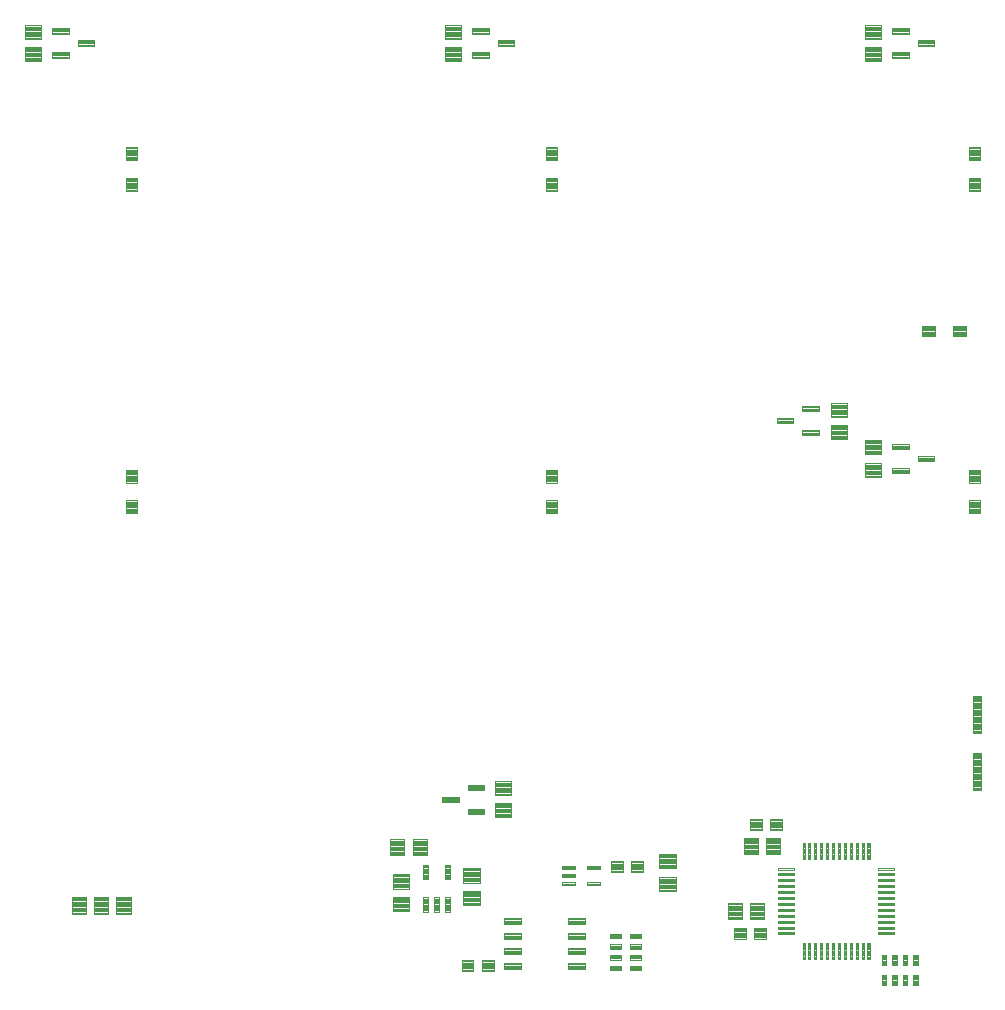
<source format=gtp>
G75*
%MOIN*%
%OFA0B0*%
%FSLAX25Y25*%
%IPPOS*%
%LPD*%
%AMOC8*
5,1,8,0,0,1.08239X$1,22.5*
%
%ADD10C,0.00394*%
%ADD11C,0.00402*%
%ADD12C,0.00396*%
%ADD13C,0.00409*%
%ADD14C,0.00390*%
%ADD15C,0.00406*%
D10*
X0342917Y0258737D02*
X0342917Y0263067D01*
X0346459Y0263067D01*
X0346459Y0258737D01*
X0342917Y0258737D01*
X0342917Y0259130D02*
X0346459Y0259130D01*
X0346459Y0259523D02*
X0342917Y0259523D01*
X0342917Y0259916D02*
X0346459Y0259916D01*
X0346459Y0260309D02*
X0342917Y0260309D01*
X0342917Y0260702D02*
X0346459Y0260702D01*
X0346459Y0261095D02*
X0342917Y0261095D01*
X0342917Y0261488D02*
X0346459Y0261488D01*
X0346459Y0261881D02*
X0342917Y0261881D01*
X0342917Y0262274D02*
X0346459Y0262274D01*
X0346459Y0262667D02*
X0342917Y0262667D01*
X0342917Y0263060D02*
X0346459Y0263060D01*
X0342917Y0268973D02*
X0342917Y0273303D01*
X0346459Y0273303D01*
X0346459Y0268973D01*
X0342917Y0268973D01*
X0342917Y0269366D02*
X0346459Y0269366D01*
X0346459Y0269759D02*
X0342917Y0269759D01*
X0342917Y0270152D02*
X0346459Y0270152D01*
X0346459Y0270545D02*
X0342917Y0270545D01*
X0342917Y0270938D02*
X0346459Y0270938D01*
X0346459Y0271331D02*
X0342917Y0271331D01*
X0342917Y0271724D02*
X0346459Y0271724D01*
X0346459Y0272117D02*
X0342917Y0272117D01*
X0342917Y0272510D02*
X0346459Y0272510D01*
X0346459Y0272903D02*
X0342917Y0272903D01*
X0342917Y0273296D02*
X0346459Y0273296D01*
X0346459Y0366237D02*
X0346459Y0370567D01*
X0346459Y0366237D02*
X0342917Y0366237D01*
X0342917Y0370567D01*
X0346459Y0370567D01*
X0346459Y0366630D02*
X0342917Y0366630D01*
X0342917Y0367023D02*
X0346459Y0367023D01*
X0346459Y0367416D02*
X0342917Y0367416D01*
X0342917Y0367809D02*
X0346459Y0367809D01*
X0346459Y0368202D02*
X0342917Y0368202D01*
X0342917Y0368595D02*
X0346459Y0368595D01*
X0346459Y0368988D02*
X0342917Y0368988D01*
X0342917Y0369381D02*
X0346459Y0369381D01*
X0346459Y0369774D02*
X0342917Y0369774D01*
X0342917Y0370167D02*
X0346459Y0370167D01*
X0346459Y0370560D02*
X0342917Y0370560D01*
X0346459Y0376473D02*
X0346459Y0380803D01*
X0346459Y0376473D02*
X0342917Y0376473D01*
X0342917Y0380803D01*
X0346459Y0380803D01*
X0346459Y0376866D02*
X0342917Y0376866D01*
X0342917Y0377259D02*
X0346459Y0377259D01*
X0346459Y0377652D02*
X0342917Y0377652D01*
X0342917Y0378045D02*
X0346459Y0378045D01*
X0346459Y0378438D02*
X0342917Y0378438D01*
X0342917Y0378831D02*
X0346459Y0378831D01*
X0346459Y0379224D02*
X0342917Y0379224D01*
X0342917Y0379617D02*
X0346459Y0379617D01*
X0346459Y0380010D02*
X0342917Y0380010D01*
X0342917Y0380403D02*
X0346459Y0380403D01*
X0346459Y0380796D02*
X0342917Y0380796D01*
X0486459Y0380803D02*
X0486459Y0376473D01*
X0482917Y0376473D01*
X0482917Y0380803D01*
X0486459Y0380803D01*
X0486459Y0376866D02*
X0482917Y0376866D01*
X0482917Y0377259D02*
X0486459Y0377259D01*
X0486459Y0377652D02*
X0482917Y0377652D01*
X0482917Y0378045D02*
X0486459Y0378045D01*
X0486459Y0378438D02*
X0482917Y0378438D01*
X0482917Y0378831D02*
X0486459Y0378831D01*
X0486459Y0379224D02*
X0482917Y0379224D01*
X0482917Y0379617D02*
X0486459Y0379617D01*
X0486459Y0380010D02*
X0482917Y0380010D01*
X0482917Y0380403D02*
X0486459Y0380403D01*
X0486459Y0380796D02*
X0482917Y0380796D01*
X0486459Y0370567D02*
X0486459Y0366237D01*
X0482917Y0366237D01*
X0482917Y0370567D01*
X0486459Y0370567D01*
X0486459Y0366630D02*
X0482917Y0366630D01*
X0482917Y0367023D02*
X0486459Y0367023D01*
X0486459Y0367416D02*
X0482917Y0367416D01*
X0482917Y0367809D02*
X0486459Y0367809D01*
X0486459Y0368202D02*
X0482917Y0368202D01*
X0482917Y0368595D02*
X0486459Y0368595D01*
X0486459Y0368988D02*
X0482917Y0368988D01*
X0482917Y0369381D02*
X0486459Y0369381D01*
X0486459Y0369774D02*
X0482917Y0369774D01*
X0482917Y0370167D02*
X0486459Y0370167D01*
X0486459Y0370560D02*
X0482917Y0370560D01*
X0608155Y0321291D02*
X0612485Y0321291D01*
X0612485Y0317749D01*
X0608155Y0317749D01*
X0608155Y0321291D01*
X0608155Y0318142D02*
X0612485Y0318142D01*
X0612485Y0318535D02*
X0608155Y0318535D01*
X0608155Y0318928D02*
X0612485Y0318928D01*
X0612485Y0319321D02*
X0608155Y0319321D01*
X0608155Y0319714D02*
X0612485Y0319714D01*
X0612485Y0320107D02*
X0608155Y0320107D01*
X0608155Y0320500D02*
X0612485Y0320500D01*
X0612485Y0320893D02*
X0608155Y0320893D01*
X0608155Y0321286D02*
X0612485Y0321286D01*
X0618391Y0321291D02*
X0622721Y0321291D01*
X0622721Y0317749D01*
X0618391Y0317749D01*
X0618391Y0321291D01*
X0618391Y0318142D02*
X0622721Y0318142D01*
X0622721Y0318535D02*
X0618391Y0318535D01*
X0618391Y0318928D02*
X0622721Y0318928D01*
X0622721Y0319321D02*
X0618391Y0319321D01*
X0618391Y0319714D02*
X0622721Y0319714D01*
X0622721Y0320107D02*
X0618391Y0320107D01*
X0618391Y0320500D02*
X0622721Y0320500D01*
X0622721Y0320893D02*
X0618391Y0320893D01*
X0618391Y0321286D02*
X0622721Y0321286D01*
X0627459Y0366237D02*
X0627459Y0370567D01*
X0627459Y0366237D02*
X0623917Y0366237D01*
X0623917Y0370567D01*
X0627459Y0370567D01*
X0627459Y0366630D02*
X0623917Y0366630D01*
X0623917Y0367023D02*
X0627459Y0367023D01*
X0627459Y0367416D02*
X0623917Y0367416D01*
X0623917Y0367809D02*
X0627459Y0367809D01*
X0627459Y0368202D02*
X0623917Y0368202D01*
X0623917Y0368595D02*
X0627459Y0368595D01*
X0627459Y0368988D02*
X0623917Y0368988D01*
X0623917Y0369381D02*
X0627459Y0369381D01*
X0627459Y0369774D02*
X0623917Y0369774D01*
X0623917Y0370167D02*
X0627459Y0370167D01*
X0627459Y0370560D02*
X0623917Y0370560D01*
X0627459Y0376473D02*
X0627459Y0380803D01*
X0627459Y0376473D02*
X0623917Y0376473D01*
X0623917Y0380803D01*
X0627459Y0380803D01*
X0627459Y0376866D02*
X0623917Y0376866D01*
X0623917Y0377259D02*
X0627459Y0377259D01*
X0627459Y0377652D02*
X0623917Y0377652D01*
X0623917Y0378045D02*
X0627459Y0378045D01*
X0627459Y0378438D02*
X0623917Y0378438D01*
X0623917Y0378831D02*
X0627459Y0378831D01*
X0627459Y0379224D02*
X0623917Y0379224D01*
X0623917Y0379617D02*
X0627459Y0379617D01*
X0627459Y0380010D02*
X0623917Y0380010D01*
X0623917Y0380403D02*
X0627459Y0380403D01*
X0627459Y0380796D02*
X0623917Y0380796D01*
X0623917Y0273303D02*
X0623917Y0268973D01*
X0623917Y0273303D02*
X0627459Y0273303D01*
X0627459Y0268973D01*
X0623917Y0268973D01*
X0623917Y0269366D02*
X0627459Y0269366D01*
X0627459Y0269759D02*
X0623917Y0269759D01*
X0623917Y0270152D02*
X0627459Y0270152D01*
X0627459Y0270545D02*
X0623917Y0270545D01*
X0623917Y0270938D02*
X0627459Y0270938D01*
X0627459Y0271331D02*
X0623917Y0271331D01*
X0623917Y0271724D02*
X0627459Y0271724D01*
X0627459Y0272117D02*
X0623917Y0272117D01*
X0623917Y0272510D02*
X0627459Y0272510D01*
X0627459Y0272903D02*
X0623917Y0272903D01*
X0623917Y0273296D02*
X0627459Y0273296D01*
X0623917Y0263067D02*
X0623917Y0258737D01*
X0623917Y0263067D02*
X0627459Y0263067D01*
X0627459Y0258737D01*
X0623917Y0258737D01*
X0623917Y0259130D02*
X0627459Y0259130D01*
X0627459Y0259523D02*
X0623917Y0259523D01*
X0623917Y0259916D02*
X0627459Y0259916D01*
X0627459Y0260309D02*
X0623917Y0260309D01*
X0623917Y0260702D02*
X0627459Y0260702D01*
X0627459Y0261095D02*
X0623917Y0261095D01*
X0623917Y0261488D02*
X0627459Y0261488D01*
X0627459Y0261881D02*
X0623917Y0261881D01*
X0623917Y0262274D02*
X0627459Y0262274D01*
X0627459Y0262667D02*
X0623917Y0262667D01*
X0623917Y0263060D02*
X0627459Y0263060D01*
X0482917Y0263067D02*
X0482917Y0258737D01*
X0482917Y0263067D02*
X0486459Y0263067D01*
X0486459Y0258737D01*
X0482917Y0258737D01*
X0482917Y0259130D02*
X0486459Y0259130D01*
X0486459Y0259523D02*
X0482917Y0259523D01*
X0482917Y0259916D02*
X0486459Y0259916D01*
X0486459Y0260309D02*
X0482917Y0260309D01*
X0482917Y0260702D02*
X0486459Y0260702D01*
X0486459Y0261095D02*
X0482917Y0261095D01*
X0482917Y0261488D02*
X0486459Y0261488D01*
X0486459Y0261881D02*
X0482917Y0261881D01*
X0482917Y0262274D02*
X0486459Y0262274D01*
X0486459Y0262667D02*
X0482917Y0262667D01*
X0482917Y0263060D02*
X0486459Y0263060D01*
X0482917Y0268973D02*
X0482917Y0273303D01*
X0486459Y0273303D01*
X0486459Y0268973D01*
X0482917Y0268973D01*
X0482917Y0269366D02*
X0486459Y0269366D01*
X0486459Y0269759D02*
X0482917Y0269759D01*
X0482917Y0270152D02*
X0486459Y0270152D01*
X0486459Y0270545D02*
X0482917Y0270545D01*
X0482917Y0270938D02*
X0486459Y0270938D01*
X0486459Y0271331D02*
X0482917Y0271331D01*
X0482917Y0271724D02*
X0486459Y0271724D01*
X0486459Y0272117D02*
X0482917Y0272117D01*
X0482917Y0272510D02*
X0486459Y0272510D01*
X0486459Y0272903D02*
X0482917Y0272903D01*
X0482917Y0273296D02*
X0486459Y0273296D01*
X0550873Y0153249D02*
X0554809Y0153249D01*
X0550873Y0153249D02*
X0550873Y0156791D01*
X0554809Y0156791D01*
X0554809Y0153249D01*
X0554809Y0153642D02*
X0550873Y0153642D01*
X0550873Y0154035D02*
X0554809Y0154035D01*
X0554809Y0154428D02*
X0550873Y0154428D01*
X0550873Y0154821D02*
X0554809Y0154821D01*
X0554809Y0155214D02*
X0550873Y0155214D01*
X0550873Y0155607D02*
X0554809Y0155607D01*
X0554809Y0156000D02*
X0550873Y0156000D01*
X0550873Y0156393D02*
X0554809Y0156393D01*
X0554809Y0156786D02*
X0550873Y0156786D01*
X0557566Y0153249D02*
X0561502Y0153249D01*
X0557566Y0153249D02*
X0557566Y0156791D01*
X0561502Y0156791D01*
X0561502Y0153249D01*
X0561502Y0153642D02*
X0557566Y0153642D01*
X0557566Y0154035D02*
X0561502Y0154035D01*
X0561502Y0154428D02*
X0557566Y0154428D01*
X0557566Y0154821D02*
X0561502Y0154821D01*
X0561502Y0155214D02*
X0557566Y0155214D01*
X0557566Y0155607D02*
X0561502Y0155607D01*
X0561502Y0156000D02*
X0557566Y0156000D01*
X0557566Y0156393D02*
X0561502Y0156393D01*
X0561502Y0156786D02*
X0557566Y0156786D01*
X0515002Y0139249D02*
X0511066Y0139249D01*
X0511066Y0142791D01*
X0515002Y0142791D01*
X0515002Y0139249D01*
X0515002Y0139642D02*
X0511066Y0139642D01*
X0511066Y0140035D02*
X0515002Y0140035D01*
X0515002Y0140428D02*
X0511066Y0140428D01*
X0511066Y0140821D02*
X0515002Y0140821D01*
X0515002Y0141214D02*
X0511066Y0141214D01*
X0511066Y0141607D02*
X0515002Y0141607D01*
X0515002Y0142000D02*
X0511066Y0142000D01*
X0511066Y0142393D02*
X0515002Y0142393D01*
X0515002Y0142786D02*
X0511066Y0142786D01*
X0508309Y0139249D02*
X0504373Y0139249D01*
X0504373Y0142791D01*
X0508309Y0142791D01*
X0508309Y0139249D01*
X0508309Y0139642D02*
X0504373Y0139642D01*
X0504373Y0140035D02*
X0508309Y0140035D01*
X0508309Y0140428D02*
X0504373Y0140428D01*
X0504373Y0140821D02*
X0508309Y0140821D01*
X0508309Y0141214D02*
X0504373Y0141214D01*
X0504373Y0141607D02*
X0508309Y0141607D01*
X0508309Y0142000D02*
X0504373Y0142000D01*
X0504373Y0142393D02*
X0508309Y0142393D01*
X0508309Y0142786D02*
X0504373Y0142786D01*
X0504070Y0118622D02*
X0504070Y0117048D01*
X0504070Y0118622D02*
X0507612Y0118622D01*
X0507612Y0117048D01*
X0504070Y0117048D01*
X0504070Y0117441D02*
X0507612Y0117441D01*
X0507612Y0117834D02*
X0504070Y0117834D01*
X0504070Y0118227D02*
X0507612Y0118227D01*
X0507612Y0118620D02*
X0504070Y0118620D01*
X0504070Y0115078D02*
X0504070Y0113504D01*
X0504070Y0115078D02*
X0507612Y0115078D01*
X0507612Y0113504D01*
X0504070Y0113504D01*
X0504070Y0113897D02*
X0507612Y0113897D01*
X0507612Y0114290D02*
X0504070Y0114290D01*
X0504070Y0114683D02*
X0507612Y0114683D01*
X0507612Y0115076D02*
X0504070Y0115076D01*
X0504070Y0111535D02*
X0504070Y0109961D01*
X0504070Y0111535D02*
X0507612Y0111535D01*
X0507612Y0109961D01*
X0504070Y0109961D01*
X0504070Y0110354D02*
X0507612Y0110354D01*
X0507612Y0110747D02*
X0504070Y0110747D01*
X0504070Y0111140D02*
X0507612Y0111140D01*
X0507612Y0111533D02*
X0504070Y0111533D01*
X0504070Y0107992D02*
X0504070Y0106418D01*
X0504070Y0107992D02*
X0507612Y0107992D01*
X0507612Y0106418D01*
X0504070Y0106418D01*
X0504070Y0106811D02*
X0507612Y0106811D01*
X0507612Y0107204D02*
X0504070Y0107204D01*
X0504070Y0107597D02*
X0507612Y0107597D01*
X0507612Y0107990D02*
X0504070Y0107990D01*
X0510763Y0107992D02*
X0510763Y0106418D01*
X0510763Y0107992D02*
X0514305Y0107992D01*
X0514305Y0106418D01*
X0510763Y0106418D01*
X0510763Y0106811D02*
X0514305Y0106811D01*
X0514305Y0107204D02*
X0510763Y0107204D01*
X0510763Y0107597D02*
X0514305Y0107597D01*
X0514305Y0107990D02*
X0510763Y0107990D01*
X0510763Y0109961D02*
X0510763Y0111535D01*
X0514305Y0111535D01*
X0514305Y0109961D01*
X0510763Y0109961D01*
X0510763Y0110354D02*
X0514305Y0110354D01*
X0514305Y0110747D02*
X0510763Y0110747D01*
X0510763Y0111140D02*
X0514305Y0111140D01*
X0514305Y0111533D02*
X0510763Y0111533D01*
X0510763Y0113504D02*
X0510763Y0115078D01*
X0514305Y0115078D01*
X0514305Y0113504D01*
X0510763Y0113504D01*
X0510763Y0113897D02*
X0514305Y0113897D01*
X0514305Y0114290D02*
X0510763Y0114290D01*
X0510763Y0114683D02*
X0514305Y0114683D01*
X0514305Y0115076D02*
X0510763Y0115076D01*
X0510763Y0117048D02*
X0510763Y0118622D01*
X0514305Y0118622D01*
X0514305Y0117048D01*
X0510763Y0117048D01*
X0510763Y0117441D02*
X0514305Y0117441D01*
X0514305Y0117834D02*
X0510763Y0117834D01*
X0510763Y0118227D02*
X0514305Y0118227D01*
X0514305Y0118620D02*
X0510763Y0118620D01*
X0545373Y0120541D02*
X0549309Y0120541D01*
X0549309Y0116999D01*
X0545373Y0116999D01*
X0545373Y0120541D01*
X0545373Y0117392D02*
X0549309Y0117392D01*
X0549309Y0117785D02*
X0545373Y0117785D01*
X0545373Y0118178D02*
X0549309Y0118178D01*
X0549309Y0118571D02*
X0545373Y0118571D01*
X0545373Y0118964D02*
X0549309Y0118964D01*
X0549309Y0119357D02*
X0545373Y0119357D01*
X0545373Y0119750D02*
X0549309Y0119750D01*
X0549309Y0120143D02*
X0545373Y0120143D01*
X0545373Y0120536D02*
X0549309Y0120536D01*
X0552066Y0120541D02*
X0556002Y0120541D01*
X0556002Y0116999D01*
X0552066Y0116999D01*
X0552066Y0120541D01*
X0552066Y0117392D02*
X0556002Y0117392D01*
X0556002Y0117785D02*
X0552066Y0117785D01*
X0552066Y0118178D02*
X0556002Y0118178D01*
X0556002Y0118571D02*
X0552066Y0118571D01*
X0552066Y0118964D02*
X0556002Y0118964D01*
X0556002Y0119357D02*
X0552066Y0119357D01*
X0552066Y0119750D02*
X0556002Y0119750D01*
X0556002Y0120143D02*
X0552066Y0120143D01*
X0552066Y0120536D02*
X0556002Y0120536D01*
X0594586Y0111637D02*
X0596160Y0111637D01*
X0596160Y0108095D01*
X0594586Y0108095D01*
X0594586Y0111637D01*
X0594586Y0108488D02*
X0596160Y0108488D01*
X0596160Y0108881D02*
X0594586Y0108881D01*
X0594586Y0109274D02*
X0596160Y0109274D01*
X0596160Y0109667D02*
X0594586Y0109667D01*
X0594586Y0110060D02*
X0596160Y0110060D01*
X0596160Y0110453D02*
X0594586Y0110453D01*
X0594586Y0110846D02*
X0596160Y0110846D01*
X0596160Y0111239D02*
X0594586Y0111239D01*
X0594586Y0111632D02*
X0596160Y0111632D01*
X0598129Y0111637D02*
X0599703Y0111637D01*
X0599703Y0108095D01*
X0598129Y0108095D01*
X0598129Y0111637D01*
X0598129Y0108488D02*
X0599703Y0108488D01*
X0599703Y0108881D02*
X0598129Y0108881D01*
X0598129Y0109274D02*
X0599703Y0109274D01*
X0599703Y0109667D02*
X0598129Y0109667D01*
X0598129Y0110060D02*
X0599703Y0110060D01*
X0599703Y0110453D02*
X0598129Y0110453D01*
X0598129Y0110846D02*
X0599703Y0110846D01*
X0599703Y0111239D02*
X0598129Y0111239D01*
X0598129Y0111632D02*
X0599703Y0111632D01*
X0601672Y0111637D02*
X0603246Y0111637D01*
X0603246Y0108095D01*
X0601672Y0108095D01*
X0601672Y0111637D01*
X0601672Y0108488D02*
X0603246Y0108488D01*
X0603246Y0108881D02*
X0601672Y0108881D01*
X0601672Y0109274D02*
X0603246Y0109274D01*
X0603246Y0109667D02*
X0601672Y0109667D01*
X0601672Y0110060D02*
X0603246Y0110060D01*
X0603246Y0110453D02*
X0601672Y0110453D01*
X0601672Y0110846D02*
X0603246Y0110846D01*
X0603246Y0111239D02*
X0601672Y0111239D01*
X0601672Y0111632D02*
X0603246Y0111632D01*
X0605216Y0111637D02*
X0606790Y0111637D01*
X0606790Y0108095D01*
X0605216Y0108095D01*
X0605216Y0111637D01*
X0605216Y0108488D02*
X0606790Y0108488D01*
X0606790Y0108881D02*
X0605216Y0108881D01*
X0605216Y0109274D02*
X0606790Y0109274D01*
X0606790Y0109667D02*
X0605216Y0109667D01*
X0605216Y0110060D02*
X0606790Y0110060D01*
X0606790Y0110453D02*
X0605216Y0110453D01*
X0605216Y0110846D02*
X0606790Y0110846D01*
X0606790Y0111239D02*
X0605216Y0111239D01*
X0605216Y0111632D02*
X0606790Y0111632D01*
X0606790Y0104944D02*
X0605216Y0104944D01*
X0606790Y0104944D02*
X0606790Y0101402D01*
X0605216Y0101402D01*
X0605216Y0104944D01*
X0605216Y0101795D02*
X0606790Y0101795D01*
X0606790Y0102188D02*
X0605216Y0102188D01*
X0605216Y0102581D02*
X0606790Y0102581D01*
X0606790Y0102974D02*
X0605216Y0102974D01*
X0605216Y0103367D02*
X0606790Y0103367D01*
X0606790Y0103760D02*
X0605216Y0103760D01*
X0605216Y0104153D02*
X0606790Y0104153D01*
X0606790Y0104546D02*
X0605216Y0104546D01*
X0605216Y0104939D02*
X0606790Y0104939D01*
X0603246Y0104944D02*
X0601672Y0104944D01*
X0603246Y0104944D02*
X0603246Y0101402D01*
X0601672Y0101402D01*
X0601672Y0104944D01*
X0601672Y0101795D02*
X0603246Y0101795D01*
X0603246Y0102188D02*
X0601672Y0102188D01*
X0601672Y0102581D02*
X0603246Y0102581D01*
X0603246Y0102974D02*
X0601672Y0102974D01*
X0601672Y0103367D02*
X0603246Y0103367D01*
X0603246Y0103760D02*
X0601672Y0103760D01*
X0601672Y0104153D02*
X0603246Y0104153D01*
X0603246Y0104546D02*
X0601672Y0104546D01*
X0601672Y0104939D02*
X0603246Y0104939D01*
X0599703Y0104944D02*
X0598129Y0104944D01*
X0599703Y0104944D02*
X0599703Y0101402D01*
X0598129Y0101402D01*
X0598129Y0104944D01*
X0598129Y0101795D02*
X0599703Y0101795D01*
X0599703Y0102188D02*
X0598129Y0102188D01*
X0598129Y0102581D02*
X0599703Y0102581D01*
X0599703Y0102974D02*
X0598129Y0102974D01*
X0598129Y0103367D02*
X0599703Y0103367D01*
X0599703Y0103760D02*
X0598129Y0103760D01*
X0598129Y0104153D02*
X0599703Y0104153D01*
X0599703Y0104546D02*
X0598129Y0104546D01*
X0598129Y0104939D02*
X0599703Y0104939D01*
X0596160Y0104944D02*
X0594586Y0104944D01*
X0596160Y0104944D02*
X0596160Y0101402D01*
X0594586Y0101402D01*
X0594586Y0104944D01*
X0594586Y0101795D02*
X0596160Y0101795D01*
X0596160Y0102188D02*
X0594586Y0102188D01*
X0594586Y0102581D02*
X0596160Y0102581D01*
X0596160Y0102974D02*
X0594586Y0102974D01*
X0594586Y0103367D02*
X0596160Y0103367D01*
X0596160Y0103760D02*
X0594586Y0103760D01*
X0594586Y0104153D02*
X0596160Y0104153D01*
X0596160Y0104546D02*
X0594586Y0104546D01*
X0594586Y0104939D02*
X0596160Y0104939D01*
X0465252Y0106249D02*
X0461316Y0106249D01*
X0461316Y0109791D01*
X0465252Y0109791D01*
X0465252Y0106249D01*
X0465252Y0106642D02*
X0461316Y0106642D01*
X0461316Y0107035D02*
X0465252Y0107035D01*
X0465252Y0107428D02*
X0461316Y0107428D01*
X0461316Y0107821D02*
X0465252Y0107821D01*
X0465252Y0108214D02*
X0461316Y0108214D01*
X0461316Y0108607D02*
X0465252Y0108607D01*
X0465252Y0109000D02*
X0461316Y0109000D01*
X0461316Y0109393D02*
X0465252Y0109393D01*
X0465252Y0109786D02*
X0461316Y0109786D01*
X0458559Y0106249D02*
X0454623Y0106249D01*
X0454623Y0109791D01*
X0458559Y0109791D01*
X0458559Y0106249D01*
X0458559Y0106642D02*
X0454623Y0106642D01*
X0454623Y0107035D02*
X0458559Y0107035D01*
X0458559Y0107428D02*
X0454623Y0107428D01*
X0454623Y0107821D02*
X0458559Y0107821D01*
X0458559Y0108214D02*
X0454623Y0108214D01*
X0454623Y0108607D02*
X0458559Y0108607D01*
X0458559Y0109000D02*
X0454623Y0109000D01*
X0454623Y0109393D02*
X0458559Y0109393D01*
X0458559Y0109786D02*
X0454623Y0109786D01*
D11*
X0468708Y0108769D02*
X0474408Y0108769D01*
X0474408Y0106809D01*
X0468708Y0106809D01*
X0468708Y0108769D01*
X0468708Y0107210D02*
X0474408Y0107210D01*
X0474408Y0107611D02*
X0468708Y0107611D01*
X0468708Y0108012D02*
X0474408Y0108012D01*
X0474408Y0108413D02*
X0468708Y0108413D01*
X0468708Y0113769D02*
X0474408Y0113769D01*
X0474408Y0111809D01*
X0468708Y0111809D01*
X0468708Y0113769D01*
X0468708Y0112210D02*
X0474408Y0112210D01*
X0474408Y0112611D02*
X0468708Y0112611D01*
X0468708Y0113012D02*
X0474408Y0113012D01*
X0474408Y0113413D02*
X0468708Y0113413D01*
X0468708Y0118769D02*
X0474408Y0118769D01*
X0474408Y0116809D01*
X0468708Y0116809D01*
X0468708Y0118769D01*
X0468708Y0117210D02*
X0474408Y0117210D01*
X0474408Y0117611D02*
X0468708Y0117611D01*
X0468708Y0118012D02*
X0474408Y0118012D01*
X0474408Y0118413D02*
X0468708Y0118413D01*
X0468708Y0123769D02*
X0474408Y0123769D01*
X0474408Y0121809D01*
X0468708Y0121809D01*
X0468708Y0123769D01*
X0468708Y0122210D02*
X0474408Y0122210D01*
X0474408Y0122611D02*
X0468708Y0122611D01*
X0468708Y0123012D02*
X0474408Y0123012D01*
X0474408Y0123413D02*
X0468708Y0123413D01*
X0489968Y0123769D02*
X0495668Y0123769D01*
X0495668Y0121809D01*
X0489968Y0121809D01*
X0489968Y0123769D01*
X0489968Y0122210D02*
X0495668Y0122210D01*
X0495668Y0122611D02*
X0489968Y0122611D01*
X0489968Y0123012D02*
X0495668Y0123012D01*
X0495668Y0123413D02*
X0489968Y0123413D01*
X0489968Y0118769D02*
X0495668Y0118769D01*
X0495668Y0116809D01*
X0489968Y0116809D01*
X0489968Y0118769D01*
X0489968Y0117210D02*
X0495668Y0117210D01*
X0495668Y0117611D02*
X0489968Y0117611D01*
X0489968Y0118012D02*
X0495668Y0118012D01*
X0495668Y0118413D02*
X0489968Y0118413D01*
X0489968Y0113769D02*
X0495668Y0113769D01*
X0495668Y0111809D01*
X0489968Y0111809D01*
X0489968Y0113769D01*
X0489968Y0112210D02*
X0495668Y0112210D01*
X0495668Y0112611D02*
X0489968Y0112611D01*
X0489968Y0113012D02*
X0495668Y0113012D01*
X0495668Y0113413D02*
X0489968Y0113413D01*
X0489968Y0108769D02*
X0495668Y0108769D01*
X0495668Y0106809D01*
X0489968Y0106809D01*
X0489968Y0108769D01*
X0489968Y0107210D02*
X0495668Y0107210D01*
X0495668Y0107611D02*
X0489968Y0107611D01*
X0489968Y0108012D02*
X0495668Y0108012D01*
X0495668Y0108413D02*
X0489968Y0108413D01*
D12*
X0450790Y0125968D02*
X0450790Y0130772D01*
X0450790Y0125968D02*
X0448986Y0125968D01*
X0448986Y0130772D01*
X0450790Y0130772D01*
X0450790Y0126363D02*
X0448986Y0126363D01*
X0448986Y0126758D02*
X0450790Y0126758D01*
X0450790Y0127153D02*
X0448986Y0127153D01*
X0448986Y0127548D02*
X0450790Y0127548D01*
X0450790Y0127943D02*
X0448986Y0127943D01*
X0448986Y0128338D02*
X0450790Y0128338D01*
X0450790Y0128733D02*
X0448986Y0128733D01*
X0448986Y0129128D02*
X0450790Y0129128D01*
X0450790Y0129523D02*
X0448986Y0129523D01*
X0448986Y0129918D02*
X0450790Y0129918D01*
X0450790Y0130313D02*
X0448986Y0130313D01*
X0448986Y0130708D02*
X0450790Y0130708D01*
X0447090Y0130772D02*
X0447090Y0125968D01*
X0445286Y0125968D01*
X0445286Y0130772D01*
X0447090Y0130772D01*
X0447090Y0126363D02*
X0445286Y0126363D01*
X0445286Y0126758D02*
X0447090Y0126758D01*
X0447090Y0127153D02*
X0445286Y0127153D01*
X0445286Y0127548D02*
X0447090Y0127548D01*
X0447090Y0127943D02*
X0445286Y0127943D01*
X0445286Y0128338D02*
X0447090Y0128338D01*
X0447090Y0128733D02*
X0445286Y0128733D01*
X0445286Y0129128D02*
X0447090Y0129128D01*
X0447090Y0129523D02*
X0445286Y0129523D01*
X0445286Y0129918D02*
X0447090Y0129918D01*
X0447090Y0130313D02*
X0445286Y0130313D01*
X0445286Y0130708D02*
X0447090Y0130708D01*
X0443390Y0130772D02*
X0443390Y0125968D01*
X0441586Y0125968D01*
X0441586Y0130772D01*
X0443390Y0130772D01*
X0443390Y0126363D02*
X0441586Y0126363D01*
X0441586Y0126758D02*
X0443390Y0126758D01*
X0443390Y0127153D02*
X0441586Y0127153D01*
X0441586Y0127548D02*
X0443390Y0127548D01*
X0443390Y0127943D02*
X0441586Y0127943D01*
X0441586Y0128338D02*
X0443390Y0128338D01*
X0443390Y0128733D02*
X0441586Y0128733D01*
X0441586Y0129128D02*
X0443390Y0129128D01*
X0443390Y0129523D02*
X0441586Y0129523D01*
X0441586Y0129918D02*
X0443390Y0129918D01*
X0443390Y0130313D02*
X0441586Y0130313D01*
X0441586Y0130708D02*
X0443390Y0130708D01*
X0443390Y0136768D02*
X0443390Y0141572D01*
X0443390Y0136768D02*
X0441586Y0136768D01*
X0441586Y0141572D01*
X0443390Y0141572D01*
X0443390Y0137163D02*
X0441586Y0137163D01*
X0441586Y0137558D02*
X0443390Y0137558D01*
X0443390Y0137953D02*
X0441586Y0137953D01*
X0441586Y0138348D02*
X0443390Y0138348D01*
X0443390Y0138743D02*
X0441586Y0138743D01*
X0441586Y0139138D02*
X0443390Y0139138D01*
X0443390Y0139533D02*
X0441586Y0139533D01*
X0441586Y0139928D02*
X0443390Y0139928D01*
X0443390Y0140323D02*
X0441586Y0140323D01*
X0441586Y0140718D02*
X0443390Y0140718D01*
X0443390Y0141113D02*
X0441586Y0141113D01*
X0441586Y0141508D02*
X0443390Y0141508D01*
X0450790Y0141572D02*
X0450790Y0136768D01*
X0448986Y0136768D01*
X0448986Y0141572D01*
X0450790Y0141572D01*
X0450790Y0137163D02*
X0448986Y0137163D01*
X0448986Y0137558D02*
X0450790Y0137558D01*
X0450790Y0137953D02*
X0448986Y0137953D01*
X0448986Y0138348D02*
X0450790Y0138348D01*
X0450790Y0138743D02*
X0448986Y0138743D01*
X0448986Y0139138D02*
X0450790Y0139138D01*
X0450790Y0139533D02*
X0448986Y0139533D01*
X0448986Y0139928D02*
X0450790Y0139928D01*
X0450790Y0140323D02*
X0448986Y0140323D01*
X0448986Y0140718D02*
X0450790Y0140718D01*
X0450790Y0141113D02*
X0448986Y0141113D01*
X0448986Y0141508D02*
X0450790Y0141508D01*
X0456636Y0160172D02*
X0462240Y0160172D01*
X0462240Y0158368D01*
X0456636Y0158368D01*
X0456636Y0160172D01*
X0456636Y0158763D02*
X0462240Y0158763D01*
X0462240Y0159158D02*
X0456636Y0159158D01*
X0456636Y0159553D02*
X0462240Y0159553D01*
X0462240Y0159948D02*
X0456636Y0159948D01*
X0453740Y0164172D02*
X0448136Y0164172D01*
X0453740Y0164172D02*
X0453740Y0162368D01*
X0448136Y0162368D01*
X0448136Y0164172D01*
X0448136Y0162763D02*
X0453740Y0162763D01*
X0453740Y0163158D02*
X0448136Y0163158D01*
X0448136Y0163553D02*
X0453740Y0163553D01*
X0453740Y0163948D02*
X0448136Y0163948D01*
X0456636Y0168172D02*
X0462240Y0168172D01*
X0462240Y0166368D01*
X0456636Y0166368D01*
X0456636Y0168172D01*
X0456636Y0166763D02*
X0462240Y0166763D01*
X0462240Y0167158D02*
X0456636Y0167158D01*
X0456636Y0167553D02*
X0462240Y0167553D01*
X0462240Y0167948D02*
X0456636Y0167948D01*
X0560136Y0140672D02*
X0560136Y0139968D01*
X0560136Y0140672D02*
X0565540Y0140672D01*
X0565540Y0139968D01*
X0560136Y0139968D01*
X0560136Y0140363D02*
X0565540Y0140363D01*
X0560136Y0138772D02*
X0560136Y0138068D01*
X0560136Y0138772D02*
X0565540Y0138772D01*
X0565540Y0138068D01*
X0560136Y0138068D01*
X0560136Y0138463D02*
X0565540Y0138463D01*
X0560136Y0136772D02*
X0560136Y0136068D01*
X0560136Y0136772D02*
X0565540Y0136772D01*
X0565540Y0136068D01*
X0560136Y0136068D01*
X0560136Y0136463D02*
X0565540Y0136463D01*
X0560136Y0134772D02*
X0560136Y0134068D01*
X0560136Y0134772D02*
X0565540Y0134772D01*
X0565540Y0134068D01*
X0560136Y0134068D01*
X0560136Y0134463D02*
X0565540Y0134463D01*
X0560136Y0132872D02*
X0560136Y0132168D01*
X0560136Y0132872D02*
X0565540Y0132872D01*
X0565540Y0132168D01*
X0560136Y0132168D01*
X0560136Y0132563D02*
X0565540Y0132563D01*
X0560136Y0130872D02*
X0560136Y0130168D01*
X0560136Y0130872D02*
X0565540Y0130872D01*
X0565540Y0130168D01*
X0560136Y0130168D01*
X0560136Y0130563D02*
X0565540Y0130563D01*
X0560136Y0128872D02*
X0560136Y0128168D01*
X0560136Y0128872D02*
X0565540Y0128872D01*
X0565540Y0128168D01*
X0560136Y0128168D01*
X0560136Y0128563D02*
X0565540Y0128563D01*
X0560136Y0126872D02*
X0560136Y0126168D01*
X0560136Y0126872D02*
X0565540Y0126872D01*
X0565540Y0126168D01*
X0560136Y0126168D01*
X0560136Y0126563D02*
X0565540Y0126563D01*
X0560136Y0124972D02*
X0560136Y0124268D01*
X0560136Y0124972D02*
X0565540Y0124972D01*
X0565540Y0124268D01*
X0560136Y0124268D01*
X0560136Y0124663D02*
X0565540Y0124663D01*
X0560136Y0122972D02*
X0560136Y0122268D01*
X0560136Y0122972D02*
X0565540Y0122972D01*
X0565540Y0122268D01*
X0560136Y0122268D01*
X0560136Y0122663D02*
X0565540Y0122663D01*
X0560136Y0120972D02*
X0560136Y0120268D01*
X0560136Y0120972D02*
X0565540Y0120972D01*
X0565540Y0120268D01*
X0560136Y0120268D01*
X0560136Y0120663D02*
X0565540Y0120663D01*
X0560136Y0119072D02*
X0560136Y0118368D01*
X0560136Y0119072D02*
X0565540Y0119072D01*
X0565540Y0118368D01*
X0560136Y0118368D01*
X0560136Y0118763D02*
X0565540Y0118763D01*
X0568286Y0115622D02*
X0568990Y0115622D01*
X0568990Y0110218D01*
X0568286Y0110218D01*
X0568286Y0115622D01*
X0568286Y0110613D02*
X0568990Y0110613D01*
X0568990Y0111008D02*
X0568286Y0111008D01*
X0568286Y0111403D02*
X0568990Y0111403D01*
X0568990Y0111798D02*
X0568286Y0111798D01*
X0568286Y0112193D02*
X0568990Y0112193D01*
X0568990Y0112588D02*
X0568286Y0112588D01*
X0568286Y0112983D02*
X0568990Y0112983D01*
X0568990Y0113378D02*
X0568286Y0113378D01*
X0568286Y0113773D02*
X0568990Y0113773D01*
X0568990Y0114168D02*
X0568286Y0114168D01*
X0568286Y0114563D02*
X0568990Y0114563D01*
X0568990Y0114958D02*
X0568286Y0114958D01*
X0568286Y0115353D02*
X0568990Y0115353D01*
X0570186Y0115622D02*
X0570890Y0115622D01*
X0570890Y0110218D01*
X0570186Y0110218D01*
X0570186Y0115622D01*
X0570186Y0110613D02*
X0570890Y0110613D01*
X0570890Y0111008D02*
X0570186Y0111008D01*
X0570186Y0111403D02*
X0570890Y0111403D01*
X0570890Y0111798D02*
X0570186Y0111798D01*
X0570186Y0112193D02*
X0570890Y0112193D01*
X0570890Y0112588D02*
X0570186Y0112588D01*
X0570186Y0112983D02*
X0570890Y0112983D01*
X0570890Y0113378D02*
X0570186Y0113378D01*
X0570186Y0113773D02*
X0570890Y0113773D01*
X0570890Y0114168D02*
X0570186Y0114168D01*
X0570186Y0114563D02*
X0570890Y0114563D01*
X0570890Y0114958D02*
X0570186Y0114958D01*
X0570186Y0115353D02*
X0570890Y0115353D01*
X0572186Y0115622D02*
X0572890Y0115622D01*
X0572890Y0110218D01*
X0572186Y0110218D01*
X0572186Y0115622D01*
X0572186Y0110613D02*
X0572890Y0110613D01*
X0572890Y0111008D02*
X0572186Y0111008D01*
X0572186Y0111403D02*
X0572890Y0111403D01*
X0572890Y0111798D02*
X0572186Y0111798D01*
X0572186Y0112193D02*
X0572890Y0112193D01*
X0572890Y0112588D02*
X0572186Y0112588D01*
X0572186Y0112983D02*
X0572890Y0112983D01*
X0572890Y0113378D02*
X0572186Y0113378D01*
X0572186Y0113773D02*
X0572890Y0113773D01*
X0572890Y0114168D02*
X0572186Y0114168D01*
X0572186Y0114563D02*
X0572890Y0114563D01*
X0572890Y0114958D02*
X0572186Y0114958D01*
X0572186Y0115353D02*
X0572890Y0115353D01*
X0574186Y0115622D02*
X0574890Y0115622D01*
X0574890Y0110218D01*
X0574186Y0110218D01*
X0574186Y0115622D01*
X0574186Y0110613D02*
X0574890Y0110613D01*
X0574890Y0111008D02*
X0574186Y0111008D01*
X0574186Y0111403D02*
X0574890Y0111403D01*
X0574890Y0111798D02*
X0574186Y0111798D01*
X0574186Y0112193D02*
X0574890Y0112193D01*
X0574890Y0112588D02*
X0574186Y0112588D01*
X0574186Y0112983D02*
X0574890Y0112983D01*
X0574890Y0113378D02*
X0574186Y0113378D01*
X0574186Y0113773D02*
X0574890Y0113773D01*
X0574890Y0114168D02*
X0574186Y0114168D01*
X0574186Y0114563D02*
X0574890Y0114563D01*
X0574890Y0114958D02*
X0574186Y0114958D01*
X0574186Y0115353D02*
X0574890Y0115353D01*
X0576086Y0115622D02*
X0576790Y0115622D01*
X0576790Y0110218D01*
X0576086Y0110218D01*
X0576086Y0115622D01*
X0576086Y0110613D02*
X0576790Y0110613D01*
X0576790Y0111008D02*
X0576086Y0111008D01*
X0576086Y0111403D02*
X0576790Y0111403D01*
X0576790Y0111798D02*
X0576086Y0111798D01*
X0576086Y0112193D02*
X0576790Y0112193D01*
X0576790Y0112588D02*
X0576086Y0112588D01*
X0576086Y0112983D02*
X0576790Y0112983D01*
X0576790Y0113378D02*
X0576086Y0113378D01*
X0576086Y0113773D02*
X0576790Y0113773D01*
X0576790Y0114168D02*
X0576086Y0114168D01*
X0576086Y0114563D02*
X0576790Y0114563D01*
X0576790Y0114958D02*
X0576086Y0114958D01*
X0576086Y0115353D02*
X0576790Y0115353D01*
X0578086Y0115622D02*
X0578790Y0115622D01*
X0578790Y0110218D01*
X0578086Y0110218D01*
X0578086Y0115622D01*
X0578086Y0110613D02*
X0578790Y0110613D01*
X0578790Y0111008D02*
X0578086Y0111008D01*
X0578086Y0111403D02*
X0578790Y0111403D01*
X0578790Y0111798D02*
X0578086Y0111798D01*
X0578086Y0112193D02*
X0578790Y0112193D01*
X0578790Y0112588D02*
X0578086Y0112588D01*
X0578086Y0112983D02*
X0578790Y0112983D01*
X0578790Y0113378D02*
X0578086Y0113378D01*
X0578086Y0113773D02*
X0578790Y0113773D01*
X0578790Y0114168D02*
X0578086Y0114168D01*
X0578086Y0114563D02*
X0578790Y0114563D01*
X0578790Y0114958D02*
X0578086Y0114958D01*
X0578086Y0115353D02*
X0578790Y0115353D01*
X0580086Y0115622D02*
X0580790Y0115622D01*
X0580790Y0110218D01*
X0580086Y0110218D01*
X0580086Y0115622D01*
X0580086Y0110613D02*
X0580790Y0110613D01*
X0580790Y0111008D02*
X0580086Y0111008D01*
X0580086Y0111403D02*
X0580790Y0111403D01*
X0580790Y0111798D02*
X0580086Y0111798D01*
X0580086Y0112193D02*
X0580790Y0112193D01*
X0580790Y0112588D02*
X0580086Y0112588D01*
X0580086Y0112983D02*
X0580790Y0112983D01*
X0580790Y0113378D02*
X0580086Y0113378D01*
X0580086Y0113773D02*
X0580790Y0113773D01*
X0580790Y0114168D02*
X0580086Y0114168D01*
X0580086Y0114563D02*
X0580790Y0114563D01*
X0580790Y0114958D02*
X0580086Y0114958D01*
X0580086Y0115353D02*
X0580790Y0115353D01*
X0582086Y0115622D02*
X0582790Y0115622D01*
X0582790Y0110218D01*
X0582086Y0110218D01*
X0582086Y0115622D01*
X0582086Y0110613D02*
X0582790Y0110613D01*
X0582790Y0111008D02*
X0582086Y0111008D01*
X0582086Y0111403D02*
X0582790Y0111403D01*
X0582790Y0111798D02*
X0582086Y0111798D01*
X0582086Y0112193D02*
X0582790Y0112193D01*
X0582790Y0112588D02*
X0582086Y0112588D01*
X0582086Y0112983D02*
X0582790Y0112983D01*
X0582790Y0113378D02*
X0582086Y0113378D01*
X0582086Y0113773D02*
X0582790Y0113773D01*
X0582790Y0114168D02*
X0582086Y0114168D01*
X0582086Y0114563D02*
X0582790Y0114563D01*
X0582790Y0114958D02*
X0582086Y0114958D01*
X0582086Y0115353D02*
X0582790Y0115353D01*
X0583986Y0115622D02*
X0584690Y0115622D01*
X0584690Y0110218D01*
X0583986Y0110218D01*
X0583986Y0115622D01*
X0583986Y0110613D02*
X0584690Y0110613D01*
X0584690Y0111008D02*
X0583986Y0111008D01*
X0583986Y0111403D02*
X0584690Y0111403D01*
X0584690Y0111798D02*
X0583986Y0111798D01*
X0583986Y0112193D02*
X0584690Y0112193D01*
X0584690Y0112588D02*
X0583986Y0112588D01*
X0583986Y0112983D02*
X0584690Y0112983D01*
X0584690Y0113378D02*
X0583986Y0113378D01*
X0583986Y0113773D02*
X0584690Y0113773D01*
X0584690Y0114168D02*
X0583986Y0114168D01*
X0583986Y0114563D02*
X0584690Y0114563D01*
X0584690Y0114958D02*
X0583986Y0114958D01*
X0583986Y0115353D02*
X0584690Y0115353D01*
X0585986Y0115622D02*
X0586690Y0115622D01*
X0586690Y0110218D01*
X0585986Y0110218D01*
X0585986Y0115622D01*
X0585986Y0110613D02*
X0586690Y0110613D01*
X0586690Y0111008D02*
X0585986Y0111008D01*
X0585986Y0111403D02*
X0586690Y0111403D01*
X0586690Y0111798D02*
X0585986Y0111798D01*
X0585986Y0112193D02*
X0586690Y0112193D01*
X0586690Y0112588D02*
X0585986Y0112588D01*
X0585986Y0112983D02*
X0586690Y0112983D01*
X0586690Y0113378D02*
X0585986Y0113378D01*
X0585986Y0113773D02*
X0586690Y0113773D01*
X0586690Y0114168D02*
X0585986Y0114168D01*
X0585986Y0114563D02*
X0586690Y0114563D01*
X0586690Y0114958D02*
X0585986Y0114958D01*
X0585986Y0115353D02*
X0586690Y0115353D01*
X0587986Y0115622D02*
X0588690Y0115622D01*
X0588690Y0110218D01*
X0587986Y0110218D01*
X0587986Y0115622D01*
X0587986Y0110613D02*
X0588690Y0110613D01*
X0588690Y0111008D02*
X0587986Y0111008D01*
X0587986Y0111403D02*
X0588690Y0111403D01*
X0588690Y0111798D02*
X0587986Y0111798D01*
X0587986Y0112193D02*
X0588690Y0112193D01*
X0588690Y0112588D02*
X0587986Y0112588D01*
X0587986Y0112983D02*
X0588690Y0112983D01*
X0588690Y0113378D02*
X0587986Y0113378D01*
X0587986Y0113773D02*
X0588690Y0113773D01*
X0588690Y0114168D02*
X0587986Y0114168D01*
X0587986Y0114563D02*
X0588690Y0114563D01*
X0588690Y0114958D02*
X0587986Y0114958D01*
X0587986Y0115353D02*
X0588690Y0115353D01*
X0589886Y0115622D02*
X0590590Y0115622D01*
X0590590Y0110218D01*
X0589886Y0110218D01*
X0589886Y0115622D01*
X0589886Y0110613D02*
X0590590Y0110613D01*
X0590590Y0111008D02*
X0589886Y0111008D01*
X0589886Y0111403D02*
X0590590Y0111403D01*
X0590590Y0111798D02*
X0589886Y0111798D01*
X0589886Y0112193D02*
X0590590Y0112193D01*
X0590590Y0112588D02*
X0589886Y0112588D01*
X0589886Y0112983D02*
X0590590Y0112983D01*
X0590590Y0113378D02*
X0589886Y0113378D01*
X0589886Y0113773D02*
X0590590Y0113773D01*
X0590590Y0114168D02*
X0589886Y0114168D01*
X0589886Y0114563D02*
X0590590Y0114563D01*
X0590590Y0114958D02*
X0589886Y0114958D01*
X0589886Y0115353D02*
X0590590Y0115353D01*
X0593336Y0118368D02*
X0593336Y0119072D01*
X0598740Y0119072D01*
X0598740Y0118368D01*
X0593336Y0118368D01*
X0593336Y0118763D02*
X0598740Y0118763D01*
X0593336Y0120268D02*
X0593336Y0120972D01*
X0598740Y0120972D01*
X0598740Y0120268D01*
X0593336Y0120268D01*
X0593336Y0120663D02*
X0598740Y0120663D01*
X0593336Y0122268D02*
X0593336Y0122972D01*
X0598740Y0122972D01*
X0598740Y0122268D01*
X0593336Y0122268D01*
X0593336Y0122663D02*
X0598740Y0122663D01*
X0593336Y0124268D02*
X0593336Y0124972D01*
X0598740Y0124972D01*
X0598740Y0124268D01*
X0593336Y0124268D01*
X0593336Y0124663D02*
X0598740Y0124663D01*
X0593336Y0126168D02*
X0593336Y0126872D01*
X0598740Y0126872D01*
X0598740Y0126168D01*
X0593336Y0126168D01*
X0593336Y0126563D02*
X0598740Y0126563D01*
X0593336Y0128168D02*
X0593336Y0128872D01*
X0598740Y0128872D01*
X0598740Y0128168D01*
X0593336Y0128168D01*
X0593336Y0128563D02*
X0598740Y0128563D01*
X0593336Y0130168D02*
X0593336Y0130872D01*
X0598740Y0130872D01*
X0598740Y0130168D01*
X0593336Y0130168D01*
X0593336Y0130563D02*
X0598740Y0130563D01*
X0593336Y0132168D02*
X0593336Y0132872D01*
X0598740Y0132872D01*
X0598740Y0132168D01*
X0593336Y0132168D01*
X0593336Y0132563D02*
X0598740Y0132563D01*
X0593336Y0134068D02*
X0593336Y0134772D01*
X0598740Y0134772D01*
X0598740Y0134068D01*
X0593336Y0134068D01*
X0593336Y0134463D02*
X0598740Y0134463D01*
X0593336Y0136068D02*
X0593336Y0136772D01*
X0598740Y0136772D01*
X0598740Y0136068D01*
X0593336Y0136068D01*
X0593336Y0136463D02*
X0598740Y0136463D01*
X0593336Y0138068D02*
X0593336Y0138772D01*
X0598740Y0138772D01*
X0598740Y0138068D01*
X0593336Y0138068D01*
X0593336Y0138463D02*
X0598740Y0138463D01*
X0593336Y0139968D02*
X0593336Y0140672D01*
X0598740Y0140672D01*
X0598740Y0139968D01*
X0593336Y0139968D01*
X0593336Y0140363D02*
X0598740Y0140363D01*
X0590590Y0148822D02*
X0589886Y0148822D01*
X0590590Y0148822D02*
X0590590Y0143418D01*
X0589886Y0143418D01*
X0589886Y0148822D01*
X0589886Y0143813D02*
X0590590Y0143813D01*
X0590590Y0144208D02*
X0589886Y0144208D01*
X0589886Y0144603D02*
X0590590Y0144603D01*
X0590590Y0144998D02*
X0589886Y0144998D01*
X0589886Y0145393D02*
X0590590Y0145393D01*
X0590590Y0145788D02*
X0589886Y0145788D01*
X0589886Y0146183D02*
X0590590Y0146183D01*
X0590590Y0146578D02*
X0589886Y0146578D01*
X0589886Y0146973D02*
X0590590Y0146973D01*
X0590590Y0147368D02*
X0589886Y0147368D01*
X0589886Y0147763D02*
X0590590Y0147763D01*
X0590590Y0148158D02*
X0589886Y0148158D01*
X0589886Y0148553D02*
X0590590Y0148553D01*
X0588690Y0148822D02*
X0587986Y0148822D01*
X0588690Y0148822D02*
X0588690Y0143418D01*
X0587986Y0143418D01*
X0587986Y0148822D01*
X0587986Y0143813D02*
X0588690Y0143813D01*
X0588690Y0144208D02*
X0587986Y0144208D01*
X0587986Y0144603D02*
X0588690Y0144603D01*
X0588690Y0144998D02*
X0587986Y0144998D01*
X0587986Y0145393D02*
X0588690Y0145393D01*
X0588690Y0145788D02*
X0587986Y0145788D01*
X0587986Y0146183D02*
X0588690Y0146183D01*
X0588690Y0146578D02*
X0587986Y0146578D01*
X0587986Y0146973D02*
X0588690Y0146973D01*
X0588690Y0147368D02*
X0587986Y0147368D01*
X0587986Y0147763D02*
X0588690Y0147763D01*
X0588690Y0148158D02*
X0587986Y0148158D01*
X0587986Y0148553D02*
X0588690Y0148553D01*
X0586690Y0148822D02*
X0585986Y0148822D01*
X0586690Y0148822D02*
X0586690Y0143418D01*
X0585986Y0143418D01*
X0585986Y0148822D01*
X0585986Y0143813D02*
X0586690Y0143813D01*
X0586690Y0144208D02*
X0585986Y0144208D01*
X0585986Y0144603D02*
X0586690Y0144603D01*
X0586690Y0144998D02*
X0585986Y0144998D01*
X0585986Y0145393D02*
X0586690Y0145393D01*
X0586690Y0145788D02*
X0585986Y0145788D01*
X0585986Y0146183D02*
X0586690Y0146183D01*
X0586690Y0146578D02*
X0585986Y0146578D01*
X0585986Y0146973D02*
X0586690Y0146973D01*
X0586690Y0147368D02*
X0585986Y0147368D01*
X0585986Y0147763D02*
X0586690Y0147763D01*
X0586690Y0148158D02*
X0585986Y0148158D01*
X0585986Y0148553D02*
X0586690Y0148553D01*
X0584690Y0148822D02*
X0583986Y0148822D01*
X0584690Y0148822D02*
X0584690Y0143418D01*
X0583986Y0143418D01*
X0583986Y0148822D01*
X0583986Y0143813D02*
X0584690Y0143813D01*
X0584690Y0144208D02*
X0583986Y0144208D01*
X0583986Y0144603D02*
X0584690Y0144603D01*
X0584690Y0144998D02*
X0583986Y0144998D01*
X0583986Y0145393D02*
X0584690Y0145393D01*
X0584690Y0145788D02*
X0583986Y0145788D01*
X0583986Y0146183D02*
X0584690Y0146183D01*
X0584690Y0146578D02*
X0583986Y0146578D01*
X0583986Y0146973D02*
X0584690Y0146973D01*
X0584690Y0147368D02*
X0583986Y0147368D01*
X0583986Y0147763D02*
X0584690Y0147763D01*
X0584690Y0148158D02*
X0583986Y0148158D01*
X0583986Y0148553D02*
X0584690Y0148553D01*
X0582790Y0148822D02*
X0582086Y0148822D01*
X0582790Y0148822D02*
X0582790Y0143418D01*
X0582086Y0143418D01*
X0582086Y0148822D01*
X0582086Y0143813D02*
X0582790Y0143813D01*
X0582790Y0144208D02*
X0582086Y0144208D01*
X0582086Y0144603D02*
X0582790Y0144603D01*
X0582790Y0144998D02*
X0582086Y0144998D01*
X0582086Y0145393D02*
X0582790Y0145393D01*
X0582790Y0145788D02*
X0582086Y0145788D01*
X0582086Y0146183D02*
X0582790Y0146183D01*
X0582790Y0146578D02*
X0582086Y0146578D01*
X0582086Y0146973D02*
X0582790Y0146973D01*
X0582790Y0147368D02*
X0582086Y0147368D01*
X0582086Y0147763D02*
X0582790Y0147763D01*
X0582790Y0148158D02*
X0582086Y0148158D01*
X0582086Y0148553D02*
X0582790Y0148553D01*
X0580790Y0148822D02*
X0580086Y0148822D01*
X0580790Y0148822D02*
X0580790Y0143418D01*
X0580086Y0143418D01*
X0580086Y0148822D01*
X0580086Y0143813D02*
X0580790Y0143813D01*
X0580790Y0144208D02*
X0580086Y0144208D01*
X0580086Y0144603D02*
X0580790Y0144603D01*
X0580790Y0144998D02*
X0580086Y0144998D01*
X0580086Y0145393D02*
X0580790Y0145393D01*
X0580790Y0145788D02*
X0580086Y0145788D01*
X0580086Y0146183D02*
X0580790Y0146183D01*
X0580790Y0146578D02*
X0580086Y0146578D01*
X0580086Y0146973D02*
X0580790Y0146973D01*
X0580790Y0147368D02*
X0580086Y0147368D01*
X0580086Y0147763D02*
X0580790Y0147763D01*
X0580790Y0148158D02*
X0580086Y0148158D01*
X0580086Y0148553D02*
X0580790Y0148553D01*
X0578790Y0148822D02*
X0578086Y0148822D01*
X0578790Y0148822D02*
X0578790Y0143418D01*
X0578086Y0143418D01*
X0578086Y0148822D01*
X0578086Y0143813D02*
X0578790Y0143813D01*
X0578790Y0144208D02*
X0578086Y0144208D01*
X0578086Y0144603D02*
X0578790Y0144603D01*
X0578790Y0144998D02*
X0578086Y0144998D01*
X0578086Y0145393D02*
X0578790Y0145393D01*
X0578790Y0145788D02*
X0578086Y0145788D01*
X0578086Y0146183D02*
X0578790Y0146183D01*
X0578790Y0146578D02*
X0578086Y0146578D01*
X0578086Y0146973D02*
X0578790Y0146973D01*
X0578790Y0147368D02*
X0578086Y0147368D01*
X0578086Y0147763D02*
X0578790Y0147763D01*
X0578790Y0148158D02*
X0578086Y0148158D01*
X0578086Y0148553D02*
X0578790Y0148553D01*
X0576790Y0148822D02*
X0576086Y0148822D01*
X0576790Y0148822D02*
X0576790Y0143418D01*
X0576086Y0143418D01*
X0576086Y0148822D01*
X0576086Y0143813D02*
X0576790Y0143813D01*
X0576790Y0144208D02*
X0576086Y0144208D01*
X0576086Y0144603D02*
X0576790Y0144603D01*
X0576790Y0144998D02*
X0576086Y0144998D01*
X0576086Y0145393D02*
X0576790Y0145393D01*
X0576790Y0145788D02*
X0576086Y0145788D01*
X0576086Y0146183D02*
X0576790Y0146183D01*
X0576790Y0146578D02*
X0576086Y0146578D01*
X0576086Y0146973D02*
X0576790Y0146973D01*
X0576790Y0147368D02*
X0576086Y0147368D01*
X0576086Y0147763D02*
X0576790Y0147763D01*
X0576790Y0148158D02*
X0576086Y0148158D01*
X0576086Y0148553D02*
X0576790Y0148553D01*
X0574890Y0148822D02*
X0574186Y0148822D01*
X0574890Y0148822D02*
X0574890Y0143418D01*
X0574186Y0143418D01*
X0574186Y0148822D01*
X0574186Y0143813D02*
X0574890Y0143813D01*
X0574890Y0144208D02*
X0574186Y0144208D01*
X0574186Y0144603D02*
X0574890Y0144603D01*
X0574890Y0144998D02*
X0574186Y0144998D01*
X0574186Y0145393D02*
X0574890Y0145393D01*
X0574890Y0145788D02*
X0574186Y0145788D01*
X0574186Y0146183D02*
X0574890Y0146183D01*
X0574890Y0146578D02*
X0574186Y0146578D01*
X0574186Y0146973D02*
X0574890Y0146973D01*
X0574890Y0147368D02*
X0574186Y0147368D01*
X0574186Y0147763D02*
X0574890Y0147763D01*
X0574890Y0148158D02*
X0574186Y0148158D01*
X0574186Y0148553D02*
X0574890Y0148553D01*
X0572890Y0148822D02*
X0572186Y0148822D01*
X0572890Y0148822D02*
X0572890Y0143418D01*
X0572186Y0143418D01*
X0572186Y0148822D01*
X0572186Y0143813D02*
X0572890Y0143813D01*
X0572890Y0144208D02*
X0572186Y0144208D01*
X0572186Y0144603D02*
X0572890Y0144603D01*
X0572890Y0144998D02*
X0572186Y0144998D01*
X0572186Y0145393D02*
X0572890Y0145393D01*
X0572890Y0145788D02*
X0572186Y0145788D01*
X0572186Y0146183D02*
X0572890Y0146183D01*
X0572890Y0146578D02*
X0572186Y0146578D01*
X0572186Y0146973D02*
X0572890Y0146973D01*
X0572890Y0147368D02*
X0572186Y0147368D01*
X0572186Y0147763D02*
X0572890Y0147763D01*
X0572890Y0148158D02*
X0572186Y0148158D01*
X0572186Y0148553D02*
X0572890Y0148553D01*
X0570890Y0148822D02*
X0570186Y0148822D01*
X0570890Y0148822D02*
X0570890Y0143418D01*
X0570186Y0143418D01*
X0570186Y0148822D01*
X0570186Y0143813D02*
X0570890Y0143813D01*
X0570890Y0144208D02*
X0570186Y0144208D01*
X0570186Y0144603D02*
X0570890Y0144603D01*
X0570890Y0144998D02*
X0570186Y0144998D01*
X0570186Y0145393D02*
X0570890Y0145393D01*
X0570890Y0145788D02*
X0570186Y0145788D01*
X0570186Y0146183D02*
X0570890Y0146183D01*
X0570890Y0146578D02*
X0570186Y0146578D01*
X0570186Y0146973D02*
X0570890Y0146973D01*
X0570890Y0147368D02*
X0570186Y0147368D01*
X0570186Y0147763D02*
X0570890Y0147763D01*
X0570890Y0148158D02*
X0570186Y0148158D01*
X0570186Y0148553D02*
X0570890Y0148553D01*
X0568990Y0148822D02*
X0568286Y0148822D01*
X0568990Y0148822D02*
X0568990Y0143418D01*
X0568286Y0143418D01*
X0568286Y0148822D01*
X0568286Y0143813D02*
X0568990Y0143813D01*
X0568990Y0144208D02*
X0568286Y0144208D01*
X0568286Y0144603D02*
X0568990Y0144603D01*
X0568990Y0144998D02*
X0568286Y0144998D01*
X0568286Y0145393D02*
X0568990Y0145393D01*
X0568990Y0145788D02*
X0568286Y0145788D01*
X0568286Y0146183D02*
X0568990Y0146183D01*
X0568990Y0146578D02*
X0568286Y0146578D01*
X0568286Y0146973D02*
X0568990Y0146973D01*
X0568990Y0147368D02*
X0568286Y0147368D01*
X0568286Y0147763D02*
X0568990Y0147763D01*
X0568990Y0148158D02*
X0568286Y0148158D01*
X0568286Y0148553D02*
X0568990Y0148553D01*
X0598136Y0272118D02*
X0603740Y0272118D01*
X0598136Y0272118D02*
X0598136Y0273922D01*
X0603740Y0273922D01*
X0603740Y0272118D01*
X0603740Y0272513D02*
X0598136Y0272513D01*
X0598136Y0272908D02*
X0603740Y0272908D01*
X0603740Y0273303D02*
X0598136Y0273303D01*
X0598136Y0273698D02*
X0603740Y0273698D01*
X0606636Y0276118D02*
X0612240Y0276118D01*
X0606636Y0276118D02*
X0606636Y0277922D01*
X0612240Y0277922D01*
X0612240Y0276118D01*
X0612240Y0276513D02*
X0606636Y0276513D01*
X0606636Y0276908D02*
X0612240Y0276908D01*
X0612240Y0277303D02*
X0606636Y0277303D01*
X0606636Y0277698D02*
X0612240Y0277698D01*
X0603740Y0280118D02*
X0598136Y0280118D01*
X0598136Y0281922D01*
X0603740Y0281922D01*
X0603740Y0280118D01*
X0603740Y0280513D02*
X0598136Y0280513D01*
X0598136Y0280908D02*
X0603740Y0280908D01*
X0603740Y0281303D02*
X0598136Y0281303D01*
X0598136Y0281698D02*
X0603740Y0281698D01*
X0573740Y0286672D02*
X0568136Y0286672D01*
X0573740Y0286672D02*
X0573740Y0284868D01*
X0568136Y0284868D01*
X0568136Y0286672D01*
X0568136Y0285263D02*
X0573740Y0285263D01*
X0573740Y0285658D02*
X0568136Y0285658D01*
X0568136Y0286053D02*
X0573740Y0286053D01*
X0573740Y0286448D02*
X0568136Y0286448D01*
X0565240Y0290672D02*
X0559636Y0290672D01*
X0565240Y0290672D02*
X0565240Y0288868D01*
X0559636Y0288868D01*
X0559636Y0290672D01*
X0559636Y0289263D02*
X0565240Y0289263D01*
X0565240Y0289658D02*
X0559636Y0289658D01*
X0559636Y0290053D02*
X0565240Y0290053D01*
X0565240Y0290448D02*
X0559636Y0290448D01*
X0568136Y0294672D02*
X0573740Y0294672D01*
X0573740Y0292868D01*
X0568136Y0292868D01*
X0568136Y0294672D01*
X0568136Y0293263D02*
X0573740Y0293263D01*
X0573740Y0293658D02*
X0568136Y0293658D01*
X0568136Y0294053D02*
X0573740Y0294053D01*
X0573740Y0294448D02*
X0568136Y0294448D01*
X0598136Y0410618D02*
X0603740Y0410618D01*
X0598136Y0410618D02*
X0598136Y0412422D01*
X0603740Y0412422D01*
X0603740Y0410618D01*
X0603740Y0411013D02*
X0598136Y0411013D01*
X0598136Y0411408D02*
X0603740Y0411408D01*
X0603740Y0411803D02*
X0598136Y0411803D01*
X0598136Y0412198D02*
X0603740Y0412198D01*
X0606636Y0414618D02*
X0612240Y0414618D01*
X0606636Y0414618D02*
X0606636Y0416422D01*
X0612240Y0416422D01*
X0612240Y0414618D01*
X0612240Y0415013D02*
X0606636Y0415013D01*
X0606636Y0415408D02*
X0612240Y0415408D01*
X0612240Y0415803D02*
X0606636Y0415803D01*
X0606636Y0416198D02*
X0612240Y0416198D01*
X0603740Y0418618D02*
X0598136Y0418618D01*
X0598136Y0420422D01*
X0603740Y0420422D01*
X0603740Y0418618D01*
X0603740Y0419013D02*
X0598136Y0419013D01*
X0598136Y0419408D02*
X0603740Y0419408D01*
X0603740Y0419803D02*
X0598136Y0419803D01*
X0598136Y0420198D02*
X0603740Y0420198D01*
X0472240Y0414618D02*
X0466636Y0414618D01*
X0466636Y0416422D01*
X0472240Y0416422D01*
X0472240Y0414618D01*
X0472240Y0415013D02*
X0466636Y0415013D01*
X0466636Y0415408D02*
X0472240Y0415408D01*
X0472240Y0415803D02*
X0466636Y0415803D01*
X0466636Y0416198D02*
X0472240Y0416198D01*
X0463740Y0418618D02*
X0458136Y0418618D01*
X0458136Y0420422D01*
X0463740Y0420422D01*
X0463740Y0418618D01*
X0463740Y0419013D02*
X0458136Y0419013D01*
X0458136Y0419408D02*
X0463740Y0419408D01*
X0463740Y0419803D02*
X0458136Y0419803D01*
X0458136Y0420198D02*
X0463740Y0420198D01*
X0463740Y0410618D02*
X0458136Y0410618D01*
X0458136Y0412422D01*
X0463740Y0412422D01*
X0463740Y0410618D01*
X0463740Y0411013D02*
X0458136Y0411013D01*
X0458136Y0411408D02*
X0463740Y0411408D01*
X0463740Y0411803D02*
X0458136Y0411803D01*
X0458136Y0412198D02*
X0463740Y0412198D01*
X0332240Y0414618D02*
X0326636Y0414618D01*
X0326636Y0416422D01*
X0332240Y0416422D01*
X0332240Y0414618D01*
X0332240Y0415013D02*
X0326636Y0415013D01*
X0326636Y0415408D02*
X0332240Y0415408D01*
X0332240Y0415803D02*
X0326636Y0415803D01*
X0326636Y0416198D02*
X0332240Y0416198D01*
X0323740Y0418618D02*
X0318136Y0418618D01*
X0318136Y0420422D01*
X0323740Y0420422D01*
X0323740Y0418618D01*
X0323740Y0419013D02*
X0318136Y0419013D01*
X0318136Y0419408D02*
X0323740Y0419408D01*
X0323740Y0419803D02*
X0318136Y0419803D01*
X0318136Y0420198D02*
X0323740Y0420198D01*
X0323740Y0410618D02*
X0318136Y0410618D01*
X0318136Y0412422D01*
X0323740Y0412422D01*
X0323740Y0410618D01*
X0323740Y0411013D02*
X0318136Y0411013D01*
X0318136Y0411408D02*
X0323740Y0411408D01*
X0323740Y0411803D02*
X0318136Y0411803D01*
X0318136Y0412198D02*
X0323740Y0412198D01*
D13*
X0324602Y0125271D02*
X0329312Y0125271D01*
X0324602Y0125271D02*
X0324602Y0130769D01*
X0329312Y0130769D01*
X0329312Y0125271D01*
X0329312Y0125679D02*
X0324602Y0125679D01*
X0324602Y0126087D02*
X0329312Y0126087D01*
X0329312Y0126495D02*
X0324602Y0126495D01*
X0324602Y0126903D02*
X0329312Y0126903D01*
X0329312Y0127311D02*
X0324602Y0127311D01*
X0324602Y0127719D02*
X0329312Y0127719D01*
X0329312Y0128127D02*
X0324602Y0128127D01*
X0324602Y0128535D02*
X0329312Y0128535D01*
X0329312Y0128943D02*
X0324602Y0128943D01*
X0324602Y0129351D02*
X0329312Y0129351D01*
X0329312Y0129759D02*
X0324602Y0129759D01*
X0324602Y0130167D02*
X0329312Y0130167D01*
X0329312Y0130575D02*
X0324602Y0130575D01*
X0332083Y0125271D02*
X0336793Y0125271D01*
X0332083Y0125271D02*
X0332083Y0130769D01*
X0336793Y0130769D01*
X0336793Y0125271D01*
X0336793Y0125679D02*
X0332083Y0125679D01*
X0332083Y0126087D02*
X0336793Y0126087D01*
X0336793Y0126495D02*
X0332083Y0126495D01*
X0332083Y0126903D02*
X0336793Y0126903D01*
X0336793Y0127311D02*
X0332083Y0127311D01*
X0332083Y0127719D02*
X0336793Y0127719D01*
X0336793Y0128127D02*
X0332083Y0128127D01*
X0332083Y0128535D02*
X0336793Y0128535D01*
X0336793Y0128943D02*
X0332083Y0128943D01*
X0332083Y0129351D02*
X0336793Y0129351D01*
X0336793Y0129759D02*
X0332083Y0129759D01*
X0332083Y0130167D02*
X0336793Y0130167D01*
X0336793Y0130575D02*
X0332083Y0130575D01*
X0339563Y0125271D02*
X0344273Y0125271D01*
X0339563Y0125271D02*
X0339563Y0130769D01*
X0344273Y0130769D01*
X0344273Y0125271D01*
X0344273Y0125679D02*
X0339563Y0125679D01*
X0339563Y0126087D02*
X0344273Y0126087D01*
X0344273Y0126495D02*
X0339563Y0126495D01*
X0339563Y0126903D02*
X0344273Y0126903D01*
X0344273Y0127311D02*
X0339563Y0127311D01*
X0339563Y0127719D02*
X0344273Y0127719D01*
X0344273Y0128127D02*
X0339563Y0128127D01*
X0339563Y0128535D02*
X0344273Y0128535D01*
X0344273Y0128943D02*
X0339563Y0128943D01*
X0339563Y0129351D02*
X0344273Y0129351D01*
X0344273Y0129759D02*
X0339563Y0129759D01*
X0339563Y0130167D02*
X0344273Y0130167D01*
X0344273Y0130575D02*
X0339563Y0130575D01*
X0431689Y0130885D02*
X0431689Y0126175D01*
X0431689Y0130885D02*
X0437187Y0130885D01*
X0437187Y0126175D01*
X0431689Y0126175D01*
X0431689Y0126583D02*
X0437187Y0126583D01*
X0437187Y0126991D02*
X0431689Y0126991D01*
X0431689Y0127399D02*
X0437187Y0127399D01*
X0437187Y0127807D02*
X0431689Y0127807D01*
X0431689Y0128215D02*
X0437187Y0128215D01*
X0437187Y0128623D02*
X0431689Y0128623D01*
X0431689Y0129031D02*
X0437187Y0129031D01*
X0437187Y0129439D02*
X0431689Y0129439D01*
X0431689Y0129847D02*
X0437187Y0129847D01*
X0437187Y0130255D02*
X0431689Y0130255D01*
X0431689Y0130663D02*
X0437187Y0130663D01*
X0431689Y0133655D02*
X0431689Y0138365D01*
X0437187Y0138365D01*
X0437187Y0133655D01*
X0431689Y0133655D01*
X0431689Y0134063D02*
X0437187Y0134063D01*
X0437187Y0134471D02*
X0431689Y0134471D01*
X0431689Y0134879D02*
X0437187Y0134879D01*
X0437187Y0135287D02*
X0431689Y0135287D01*
X0431689Y0135695D02*
X0437187Y0135695D01*
X0437187Y0136103D02*
X0431689Y0136103D01*
X0431689Y0136511D02*
X0437187Y0136511D01*
X0437187Y0136919D02*
X0431689Y0136919D01*
X0431689Y0137327D02*
X0437187Y0137327D01*
X0437187Y0137735D02*
X0431689Y0137735D01*
X0431689Y0138143D02*
X0437187Y0138143D01*
X0438323Y0150269D02*
X0443033Y0150269D01*
X0443033Y0144771D01*
X0438323Y0144771D01*
X0438323Y0150269D01*
X0438323Y0145179D02*
X0443033Y0145179D01*
X0443033Y0145587D02*
X0438323Y0145587D01*
X0438323Y0145995D02*
X0443033Y0145995D01*
X0443033Y0146403D02*
X0438323Y0146403D01*
X0438323Y0146811D02*
X0443033Y0146811D01*
X0443033Y0147219D02*
X0438323Y0147219D01*
X0438323Y0147627D02*
X0443033Y0147627D01*
X0443033Y0148035D02*
X0438323Y0148035D01*
X0438323Y0148443D02*
X0443033Y0148443D01*
X0443033Y0148851D02*
X0438323Y0148851D01*
X0438323Y0149259D02*
X0443033Y0149259D01*
X0443033Y0149667D02*
X0438323Y0149667D01*
X0438323Y0150075D02*
X0443033Y0150075D01*
X0435553Y0150269D02*
X0430843Y0150269D01*
X0435553Y0150269D02*
X0435553Y0144771D01*
X0430843Y0144771D01*
X0430843Y0150269D01*
X0430843Y0145179D02*
X0435553Y0145179D01*
X0435553Y0145587D02*
X0430843Y0145587D01*
X0430843Y0145995D02*
X0435553Y0145995D01*
X0435553Y0146403D02*
X0430843Y0146403D01*
X0430843Y0146811D02*
X0435553Y0146811D01*
X0435553Y0147219D02*
X0430843Y0147219D01*
X0430843Y0147627D02*
X0435553Y0147627D01*
X0435553Y0148035D02*
X0430843Y0148035D01*
X0430843Y0148443D02*
X0435553Y0148443D01*
X0435553Y0148851D02*
X0430843Y0148851D01*
X0430843Y0149259D02*
X0435553Y0149259D01*
X0435553Y0149667D02*
X0430843Y0149667D01*
X0430843Y0150075D02*
X0435553Y0150075D01*
X0460687Y0140365D02*
X0460687Y0135655D01*
X0455189Y0135655D01*
X0455189Y0140365D01*
X0460687Y0140365D01*
X0460687Y0136063D02*
X0455189Y0136063D01*
X0455189Y0136471D02*
X0460687Y0136471D01*
X0460687Y0136879D02*
X0455189Y0136879D01*
X0455189Y0137287D02*
X0460687Y0137287D01*
X0460687Y0137695D02*
X0455189Y0137695D01*
X0455189Y0138103D02*
X0460687Y0138103D01*
X0460687Y0138511D02*
X0455189Y0138511D01*
X0455189Y0138919D02*
X0460687Y0138919D01*
X0460687Y0139327D02*
X0455189Y0139327D01*
X0455189Y0139735D02*
X0460687Y0139735D01*
X0460687Y0140143D02*
X0455189Y0140143D01*
X0460687Y0132885D02*
X0460687Y0128175D01*
X0455189Y0128175D01*
X0455189Y0132885D01*
X0460687Y0132885D01*
X0460687Y0128583D02*
X0455189Y0128583D01*
X0455189Y0128991D02*
X0460687Y0128991D01*
X0460687Y0129399D02*
X0455189Y0129399D01*
X0455189Y0129807D02*
X0460687Y0129807D01*
X0460687Y0130215D02*
X0455189Y0130215D01*
X0455189Y0130623D02*
X0460687Y0130623D01*
X0460687Y0131031D02*
X0455189Y0131031D01*
X0455189Y0131439D02*
X0460687Y0131439D01*
X0460687Y0131847D02*
X0455189Y0131847D01*
X0455189Y0132255D02*
X0460687Y0132255D01*
X0460687Y0132663D02*
X0455189Y0132663D01*
X0471187Y0157425D02*
X0471187Y0162135D01*
X0471187Y0157425D02*
X0465689Y0157425D01*
X0465689Y0162135D01*
X0471187Y0162135D01*
X0471187Y0157833D02*
X0465689Y0157833D01*
X0465689Y0158241D02*
X0471187Y0158241D01*
X0471187Y0158649D02*
X0465689Y0158649D01*
X0465689Y0159057D02*
X0471187Y0159057D01*
X0471187Y0159465D02*
X0465689Y0159465D01*
X0465689Y0159873D02*
X0471187Y0159873D01*
X0471187Y0160281D02*
X0465689Y0160281D01*
X0465689Y0160689D02*
X0471187Y0160689D01*
X0471187Y0161097D02*
X0465689Y0161097D01*
X0465689Y0161505D02*
X0471187Y0161505D01*
X0471187Y0161913D02*
X0465689Y0161913D01*
X0471187Y0164905D02*
X0471187Y0169615D01*
X0471187Y0164905D02*
X0465689Y0164905D01*
X0465689Y0169615D01*
X0471187Y0169615D01*
X0471187Y0165313D02*
X0465689Y0165313D01*
X0465689Y0165721D02*
X0471187Y0165721D01*
X0471187Y0166129D02*
X0465689Y0166129D01*
X0465689Y0166537D02*
X0471187Y0166537D01*
X0471187Y0166945D02*
X0465689Y0166945D01*
X0465689Y0167353D02*
X0471187Y0167353D01*
X0471187Y0167761D02*
X0465689Y0167761D01*
X0465689Y0168169D02*
X0471187Y0168169D01*
X0471187Y0168577D02*
X0465689Y0168577D01*
X0465689Y0168985D02*
X0471187Y0168985D01*
X0471187Y0169393D02*
X0465689Y0169393D01*
X0525937Y0145115D02*
X0525937Y0140405D01*
X0520439Y0140405D01*
X0520439Y0145115D01*
X0525937Y0145115D01*
X0525937Y0140813D02*
X0520439Y0140813D01*
X0520439Y0141221D02*
X0525937Y0141221D01*
X0525937Y0141629D02*
X0520439Y0141629D01*
X0520439Y0142037D02*
X0525937Y0142037D01*
X0525937Y0142445D02*
X0520439Y0142445D01*
X0520439Y0142853D02*
X0525937Y0142853D01*
X0525937Y0143261D02*
X0520439Y0143261D01*
X0520439Y0143669D02*
X0525937Y0143669D01*
X0525937Y0144077D02*
X0520439Y0144077D01*
X0520439Y0144485D02*
X0525937Y0144485D01*
X0525937Y0144893D02*
X0520439Y0144893D01*
X0525937Y0137635D02*
X0525937Y0132925D01*
X0520439Y0132925D01*
X0520439Y0137635D01*
X0525937Y0137635D01*
X0525937Y0133333D02*
X0520439Y0133333D01*
X0520439Y0133741D02*
X0525937Y0133741D01*
X0525937Y0134149D02*
X0520439Y0134149D01*
X0520439Y0134557D02*
X0525937Y0134557D01*
X0525937Y0134965D02*
X0520439Y0134965D01*
X0520439Y0135373D02*
X0525937Y0135373D01*
X0525937Y0135781D02*
X0520439Y0135781D01*
X0520439Y0136189D02*
X0525937Y0136189D01*
X0525937Y0136597D02*
X0520439Y0136597D01*
X0520439Y0137005D02*
X0525937Y0137005D01*
X0525937Y0137413D02*
X0520439Y0137413D01*
X0543343Y0123521D02*
X0548053Y0123521D01*
X0543343Y0123521D02*
X0543343Y0129019D01*
X0548053Y0129019D01*
X0548053Y0123521D01*
X0548053Y0123929D02*
X0543343Y0123929D01*
X0543343Y0124337D02*
X0548053Y0124337D01*
X0548053Y0124745D02*
X0543343Y0124745D01*
X0543343Y0125153D02*
X0548053Y0125153D01*
X0548053Y0125561D02*
X0543343Y0125561D01*
X0543343Y0125969D02*
X0548053Y0125969D01*
X0548053Y0126377D02*
X0543343Y0126377D01*
X0543343Y0126785D02*
X0548053Y0126785D01*
X0548053Y0127193D02*
X0543343Y0127193D01*
X0543343Y0127601D02*
X0548053Y0127601D01*
X0548053Y0128009D02*
X0543343Y0128009D01*
X0543343Y0128417D02*
X0548053Y0128417D01*
X0548053Y0128825D02*
X0543343Y0128825D01*
X0550823Y0123521D02*
X0555533Y0123521D01*
X0550823Y0123521D02*
X0550823Y0129019D01*
X0555533Y0129019D01*
X0555533Y0123521D01*
X0555533Y0123929D02*
X0550823Y0123929D01*
X0550823Y0124337D02*
X0555533Y0124337D01*
X0555533Y0124745D02*
X0550823Y0124745D01*
X0550823Y0125153D02*
X0555533Y0125153D01*
X0555533Y0125561D02*
X0550823Y0125561D01*
X0550823Y0125969D02*
X0555533Y0125969D01*
X0555533Y0126377D02*
X0550823Y0126377D01*
X0550823Y0126785D02*
X0555533Y0126785D01*
X0555533Y0127193D02*
X0550823Y0127193D01*
X0550823Y0127601D02*
X0555533Y0127601D01*
X0555533Y0128009D02*
X0550823Y0128009D01*
X0550823Y0128417D02*
X0555533Y0128417D01*
X0555533Y0128825D02*
X0550823Y0128825D01*
X0548593Y0150519D02*
X0553303Y0150519D01*
X0553303Y0145021D01*
X0548593Y0145021D01*
X0548593Y0150519D01*
X0548593Y0145429D02*
X0553303Y0145429D01*
X0553303Y0145837D02*
X0548593Y0145837D01*
X0548593Y0146245D02*
X0553303Y0146245D01*
X0553303Y0146653D02*
X0548593Y0146653D01*
X0548593Y0147061D02*
X0553303Y0147061D01*
X0553303Y0147469D02*
X0548593Y0147469D01*
X0548593Y0147877D02*
X0553303Y0147877D01*
X0553303Y0148285D02*
X0548593Y0148285D01*
X0548593Y0148693D02*
X0553303Y0148693D01*
X0553303Y0149101D02*
X0548593Y0149101D01*
X0548593Y0149509D02*
X0553303Y0149509D01*
X0553303Y0149917D02*
X0548593Y0149917D01*
X0548593Y0150325D02*
X0553303Y0150325D01*
X0556073Y0150519D02*
X0560783Y0150519D01*
X0560783Y0145021D01*
X0556073Y0145021D01*
X0556073Y0150519D01*
X0556073Y0145429D02*
X0560783Y0145429D01*
X0560783Y0145837D02*
X0556073Y0145837D01*
X0556073Y0146245D02*
X0560783Y0146245D01*
X0560783Y0146653D02*
X0556073Y0146653D01*
X0556073Y0147061D02*
X0560783Y0147061D01*
X0560783Y0147469D02*
X0556073Y0147469D01*
X0556073Y0147877D02*
X0560783Y0147877D01*
X0560783Y0148285D02*
X0556073Y0148285D01*
X0556073Y0148693D02*
X0560783Y0148693D01*
X0560783Y0149101D02*
X0556073Y0149101D01*
X0556073Y0149509D02*
X0560783Y0149509D01*
X0560783Y0149917D02*
X0556073Y0149917D01*
X0556073Y0150325D02*
X0560783Y0150325D01*
X0588939Y0270925D02*
X0588939Y0275635D01*
X0594437Y0275635D01*
X0594437Y0270925D01*
X0588939Y0270925D01*
X0588939Y0271333D02*
X0594437Y0271333D01*
X0594437Y0271741D02*
X0588939Y0271741D01*
X0588939Y0272149D02*
X0594437Y0272149D01*
X0594437Y0272557D02*
X0588939Y0272557D01*
X0588939Y0272965D02*
X0594437Y0272965D01*
X0594437Y0273373D02*
X0588939Y0273373D01*
X0588939Y0273781D02*
X0594437Y0273781D01*
X0594437Y0274189D02*
X0588939Y0274189D01*
X0588939Y0274597D02*
X0594437Y0274597D01*
X0594437Y0275005D02*
X0588939Y0275005D01*
X0588939Y0275413D02*
X0594437Y0275413D01*
X0588939Y0278405D02*
X0588939Y0283115D01*
X0594437Y0283115D01*
X0594437Y0278405D01*
X0588939Y0278405D01*
X0588939Y0278813D02*
X0594437Y0278813D01*
X0594437Y0279221D02*
X0588939Y0279221D01*
X0588939Y0279629D02*
X0594437Y0279629D01*
X0594437Y0280037D02*
X0588939Y0280037D01*
X0588939Y0280445D02*
X0594437Y0280445D01*
X0594437Y0280853D02*
X0588939Y0280853D01*
X0588939Y0281261D02*
X0594437Y0281261D01*
X0594437Y0281669D02*
X0588939Y0281669D01*
X0588939Y0282077D02*
X0594437Y0282077D01*
X0594437Y0282485D02*
X0588939Y0282485D01*
X0588939Y0282893D02*
X0594437Y0282893D01*
X0583187Y0283425D02*
X0583187Y0288135D01*
X0583187Y0283425D02*
X0577689Y0283425D01*
X0577689Y0288135D01*
X0583187Y0288135D01*
X0583187Y0283833D02*
X0577689Y0283833D01*
X0577689Y0284241D02*
X0583187Y0284241D01*
X0583187Y0284649D02*
X0577689Y0284649D01*
X0577689Y0285057D02*
X0583187Y0285057D01*
X0583187Y0285465D02*
X0577689Y0285465D01*
X0577689Y0285873D02*
X0583187Y0285873D01*
X0583187Y0286281D02*
X0577689Y0286281D01*
X0577689Y0286689D02*
X0583187Y0286689D01*
X0583187Y0287097D02*
X0577689Y0287097D01*
X0577689Y0287505D02*
X0583187Y0287505D01*
X0583187Y0287913D02*
X0577689Y0287913D01*
X0583187Y0290905D02*
X0583187Y0295615D01*
X0583187Y0290905D02*
X0577689Y0290905D01*
X0577689Y0295615D01*
X0583187Y0295615D01*
X0583187Y0291313D02*
X0577689Y0291313D01*
X0577689Y0291721D02*
X0583187Y0291721D01*
X0583187Y0292129D02*
X0577689Y0292129D01*
X0577689Y0292537D02*
X0583187Y0292537D01*
X0583187Y0292945D02*
X0577689Y0292945D01*
X0577689Y0293353D02*
X0583187Y0293353D01*
X0583187Y0293761D02*
X0577689Y0293761D01*
X0577689Y0294169D02*
X0583187Y0294169D01*
X0583187Y0294577D02*
X0577689Y0294577D01*
X0577689Y0294985D02*
X0583187Y0294985D01*
X0583187Y0295393D02*
X0577689Y0295393D01*
X0588939Y0409425D02*
X0588939Y0414135D01*
X0594437Y0414135D01*
X0594437Y0409425D01*
X0588939Y0409425D01*
X0588939Y0409833D02*
X0594437Y0409833D01*
X0594437Y0410241D02*
X0588939Y0410241D01*
X0588939Y0410649D02*
X0594437Y0410649D01*
X0594437Y0411057D02*
X0588939Y0411057D01*
X0588939Y0411465D02*
X0594437Y0411465D01*
X0594437Y0411873D02*
X0588939Y0411873D01*
X0588939Y0412281D02*
X0594437Y0412281D01*
X0594437Y0412689D02*
X0588939Y0412689D01*
X0588939Y0413097D02*
X0594437Y0413097D01*
X0594437Y0413505D02*
X0588939Y0413505D01*
X0588939Y0413913D02*
X0594437Y0413913D01*
X0588939Y0416905D02*
X0588939Y0421615D01*
X0594437Y0421615D01*
X0594437Y0416905D01*
X0588939Y0416905D01*
X0588939Y0417313D02*
X0594437Y0417313D01*
X0594437Y0417721D02*
X0588939Y0417721D01*
X0588939Y0418129D02*
X0594437Y0418129D01*
X0594437Y0418537D02*
X0588939Y0418537D01*
X0588939Y0418945D02*
X0594437Y0418945D01*
X0594437Y0419353D02*
X0588939Y0419353D01*
X0588939Y0419761D02*
X0594437Y0419761D01*
X0594437Y0420169D02*
X0588939Y0420169D01*
X0588939Y0420577D02*
X0594437Y0420577D01*
X0594437Y0420985D02*
X0588939Y0420985D01*
X0588939Y0421393D02*
X0594437Y0421393D01*
X0448939Y0421615D02*
X0448939Y0416905D01*
X0448939Y0421615D02*
X0454437Y0421615D01*
X0454437Y0416905D01*
X0448939Y0416905D01*
X0448939Y0417313D02*
X0454437Y0417313D01*
X0454437Y0417721D02*
X0448939Y0417721D01*
X0448939Y0418129D02*
X0454437Y0418129D01*
X0454437Y0418537D02*
X0448939Y0418537D01*
X0448939Y0418945D02*
X0454437Y0418945D01*
X0454437Y0419353D02*
X0448939Y0419353D01*
X0448939Y0419761D02*
X0454437Y0419761D01*
X0454437Y0420169D02*
X0448939Y0420169D01*
X0448939Y0420577D02*
X0454437Y0420577D01*
X0454437Y0420985D02*
X0448939Y0420985D01*
X0448939Y0421393D02*
X0454437Y0421393D01*
X0448939Y0414135D02*
X0448939Y0409425D01*
X0448939Y0414135D02*
X0454437Y0414135D01*
X0454437Y0409425D01*
X0448939Y0409425D01*
X0448939Y0409833D02*
X0454437Y0409833D01*
X0454437Y0410241D02*
X0448939Y0410241D01*
X0448939Y0410649D02*
X0454437Y0410649D01*
X0454437Y0411057D02*
X0448939Y0411057D01*
X0448939Y0411465D02*
X0454437Y0411465D01*
X0454437Y0411873D02*
X0448939Y0411873D01*
X0448939Y0412281D02*
X0454437Y0412281D01*
X0454437Y0412689D02*
X0448939Y0412689D01*
X0448939Y0413097D02*
X0454437Y0413097D01*
X0454437Y0413505D02*
X0448939Y0413505D01*
X0448939Y0413913D02*
X0454437Y0413913D01*
X0308939Y0414135D02*
X0308939Y0409425D01*
X0308939Y0414135D02*
X0314437Y0414135D01*
X0314437Y0409425D01*
X0308939Y0409425D01*
X0308939Y0409833D02*
X0314437Y0409833D01*
X0314437Y0410241D02*
X0308939Y0410241D01*
X0308939Y0410649D02*
X0314437Y0410649D01*
X0314437Y0411057D02*
X0308939Y0411057D01*
X0308939Y0411465D02*
X0314437Y0411465D01*
X0314437Y0411873D02*
X0308939Y0411873D01*
X0308939Y0412281D02*
X0314437Y0412281D01*
X0314437Y0412689D02*
X0308939Y0412689D01*
X0308939Y0413097D02*
X0314437Y0413097D01*
X0314437Y0413505D02*
X0308939Y0413505D01*
X0308939Y0413913D02*
X0314437Y0413913D01*
X0308939Y0416905D02*
X0308939Y0421615D01*
X0314437Y0421615D01*
X0314437Y0416905D01*
X0308939Y0416905D01*
X0308939Y0417313D02*
X0314437Y0417313D01*
X0314437Y0417721D02*
X0308939Y0417721D01*
X0308939Y0418129D02*
X0314437Y0418129D01*
X0314437Y0418537D02*
X0308939Y0418537D01*
X0308939Y0418945D02*
X0314437Y0418945D01*
X0314437Y0419353D02*
X0308939Y0419353D01*
X0308939Y0419761D02*
X0314437Y0419761D01*
X0314437Y0420169D02*
X0308939Y0420169D01*
X0308939Y0420577D02*
X0314437Y0420577D01*
X0314437Y0420985D02*
X0308939Y0420985D01*
X0308939Y0421393D02*
X0314437Y0421393D01*
D14*
X0625133Y0197975D02*
X0625133Y0185565D01*
X0625133Y0197975D02*
X0627743Y0197975D01*
X0627743Y0185565D01*
X0625133Y0185565D01*
X0625133Y0185954D02*
X0627743Y0185954D01*
X0627743Y0186343D02*
X0625133Y0186343D01*
X0625133Y0186732D02*
X0627743Y0186732D01*
X0627743Y0187121D02*
X0625133Y0187121D01*
X0625133Y0187510D02*
X0627743Y0187510D01*
X0627743Y0187899D02*
X0625133Y0187899D01*
X0625133Y0188288D02*
X0627743Y0188288D01*
X0627743Y0188677D02*
X0625133Y0188677D01*
X0625133Y0189066D02*
X0627743Y0189066D01*
X0627743Y0189455D02*
X0625133Y0189455D01*
X0625133Y0189844D02*
X0627743Y0189844D01*
X0627743Y0190233D02*
X0625133Y0190233D01*
X0625133Y0190622D02*
X0627743Y0190622D01*
X0627743Y0191011D02*
X0625133Y0191011D01*
X0625133Y0191400D02*
X0627743Y0191400D01*
X0627743Y0191789D02*
X0625133Y0191789D01*
X0625133Y0192178D02*
X0627743Y0192178D01*
X0627743Y0192567D02*
X0625133Y0192567D01*
X0625133Y0192956D02*
X0627743Y0192956D01*
X0627743Y0193345D02*
X0625133Y0193345D01*
X0625133Y0193734D02*
X0627743Y0193734D01*
X0627743Y0194123D02*
X0625133Y0194123D01*
X0625133Y0194512D02*
X0627743Y0194512D01*
X0627743Y0194901D02*
X0625133Y0194901D01*
X0625133Y0195290D02*
X0627743Y0195290D01*
X0627743Y0195679D02*
X0625133Y0195679D01*
X0625133Y0196068D02*
X0627743Y0196068D01*
X0627743Y0196457D02*
X0625133Y0196457D01*
X0625133Y0196846D02*
X0627743Y0196846D01*
X0627743Y0197235D02*
X0625133Y0197235D01*
X0625133Y0197624D02*
X0627743Y0197624D01*
X0625133Y0178975D02*
X0625133Y0166565D01*
X0625133Y0178975D02*
X0627743Y0178975D01*
X0627743Y0166565D01*
X0625133Y0166565D01*
X0625133Y0166954D02*
X0627743Y0166954D01*
X0627743Y0167343D02*
X0625133Y0167343D01*
X0625133Y0167732D02*
X0627743Y0167732D01*
X0627743Y0168121D02*
X0625133Y0168121D01*
X0625133Y0168510D02*
X0627743Y0168510D01*
X0627743Y0168899D02*
X0625133Y0168899D01*
X0625133Y0169288D02*
X0627743Y0169288D01*
X0627743Y0169677D02*
X0625133Y0169677D01*
X0625133Y0170066D02*
X0627743Y0170066D01*
X0627743Y0170455D02*
X0625133Y0170455D01*
X0625133Y0170844D02*
X0627743Y0170844D01*
X0627743Y0171233D02*
X0625133Y0171233D01*
X0625133Y0171622D02*
X0627743Y0171622D01*
X0627743Y0172011D02*
X0625133Y0172011D01*
X0625133Y0172400D02*
X0627743Y0172400D01*
X0627743Y0172789D02*
X0625133Y0172789D01*
X0625133Y0173178D02*
X0627743Y0173178D01*
X0627743Y0173567D02*
X0625133Y0173567D01*
X0625133Y0173956D02*
X0627743Y0173956D01*
X0627743Y0174345D02*
X0625133Y0174345D01*
X0625133Y0174734D02*
X0627743Y0174734D01*
X0627743Y0175123D02*
X0625133Y0175123D01*
X0625133Y0175512D02*
X0627743Y0175512D01*
X0627743Y0175901D02*
X0625133Y0175901D01*
X0625133Y0176290D02*
X0627743Y0176290D01*
X0627743Y0176679D02*
X0625133Y0176679D01*
X0625133Y0177068D02*
X0627743Y0177068D01*
X0627743Y0177457D02*
X0625133Y0177457D01*
X0625133Y0177846D02*
X0627743Y0177846D01*
X0627743Y0178235D02*
X0625133Y0178235D01*
X0625133Y0178624D02*
X0627743Y0178624D01*
D15*
X0500635Y0140123D02*
X0496441Y0140123D01*
X0496441Y0141117D01*
X0500635Y0141117D01*
X0500635Y0140123D01*
X0500635Y0140528D02*
X0496441Y0140528D01*
X0496441Y0140933D02*
X0500635Y0140933D01*
X0500635Y0134923D02*
X0496441Y0134923D01*
X0496441Y0135917D01*
X0500635Y0135917D01*
X0500635Y0134923D01*
X0500635Y0135328D02*
X0496441Y0135328D01*
X0496441Y0135733D02*
X0500635Y0135733D01*
X0492435Y0134923D02*
X0488241Y0134923D01*
X0488241Y0135917D01*
X0492435Y0135917D01*
X0492435Y0134923D01*
X0492435Y0135328D02*
X0488241Y0135328D01*
X0488241Y0135733D02*
X0492435Y0135733D01*
X0492435Y0137523D02*
X0488241Y0137523D01*
X0488241Y0138517D01*
X0492435Y0138517D01*
X0492435Y0137523D01*
X0492435Y0137928D02*
X0488241Y0137928D01*
X0488241Y0138333D02*
X0492435Y0138333D01*
X0492435Y0140123D02*
X0488241Y0140123D01*
X0488241Y0141117D01*
X0492435Y0141117D01*
X0492435Y0140123D01*
X0492435Y0140528D02*
X0488241Y0140528D01*
X0488241Y0140933D02*
X0492435Y0140933D01*
M02*

</source>
